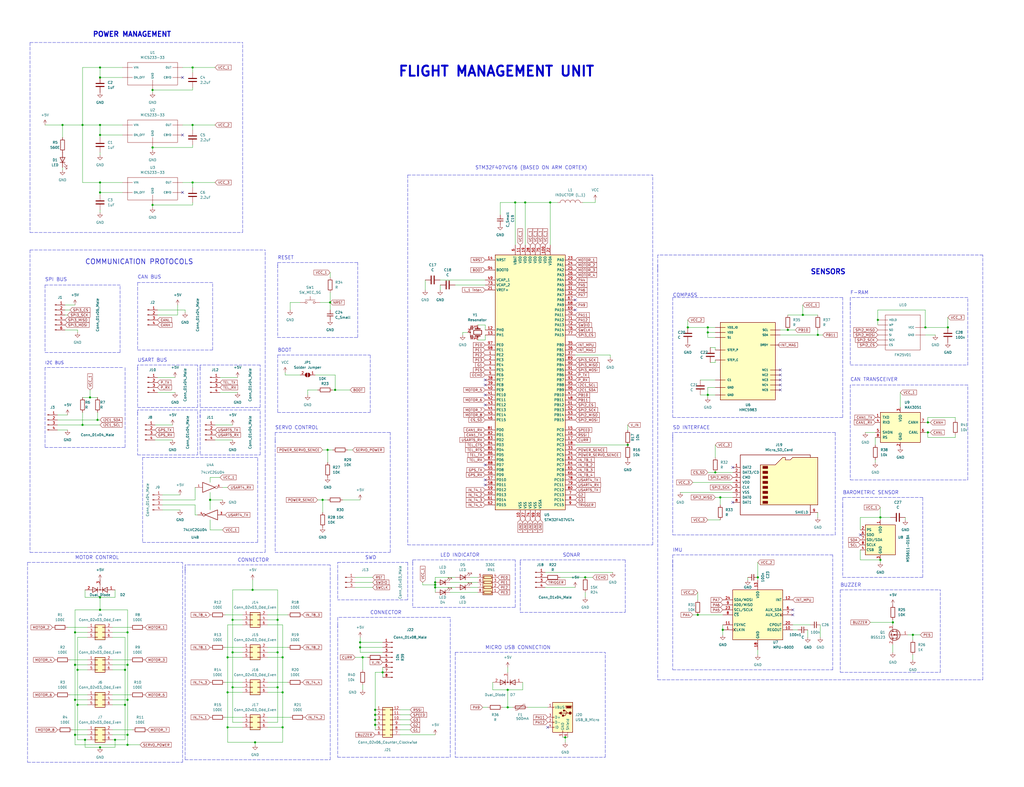
<source format=kicad_sch>
(kicad_sch (version 20211123) (generator eeschema)
  (paper "User" 519.989 399.999)
  (title_block (title "Assignment ") (date "2023-05-21"))
  (junction (at 220.98 298.45))
  (junction (at 469.9 166.37))
  (junction (at 359.41 168.91))
  (junction (at 190.5 368.3))
  (junction (at 359.41 200.66))
  (junction (at 257.81 350.52))
  (junction (at 163.83 254))
  (junction (at 129.54 377.19))
  (junction (at 38.1 373.38))
  (junction (at 447.04 284.48))
  (junction (at 367.03 320.04))
  (junction (at 115.57 351.79))
  (junction (at 64.77 378.46))
  (junction (at 45.72 201.93))
  (junction (at 118.11 331.47))
  (junction (at 190.5 363.22))
  (junction (at 50.8 34.29))
  (junction (at 49.53 213.36))
  (junction (at 194.31 341.63))
  (junction (at 77.47 45.72))
  (junction (at 318.77 226.06))
  (junction (at 50.8 39.37))
  (junction (at 184.15 334.01))
  (junction (at 349.25 166.37))
  (junction (at 170.18 198.12))
  (junction (at 415.29 170.18))
  (junction (at 128.27 299.72))
  (junction (at 140.97 331.47))
  (junction (at 140.97 314.96))
  (junction (at 257.81 359.41))
  (junction (at 41.91 63.5))
  (junction (at 447.04 262.89))
  (junction (at 297.18 293.37))
  (junction (at 50.8 303.53))
  (junction (at 38.1 337.82))
  (junction (at 190.5 360.68))
  (junction (at 115.57 334.01))
  (junction (at 50.8 309.88))
  (junction (at 63.5 358.14))
  (junction (at 365.76 252.73))
  (junction (at 140.97 349.25))
  (junction (at 220.98 295.91))
  (junction (at 182.88 326.39))
  (junction (at 118.11 314.96))
  (junction (at 143.51 369.57))
  (junction (at 261.62 102.87))
  (junction (at 481.33 166.37))
  (junction (at 220.98 297.18))
  (junction (at 143.51 351.79))
  (junction (at 266.7 102.87))
  (junction (at 50.8 97.79))
  (junction (at 58.42 375.92))
  (junction (at 97.79 92.71))
  (junction (at 279.4 102.87))
  (junction (at 64.77 321.31))
  (junction (at 64.77 355.6))
  (junction (at 64.77 337.82))
  (junction (at 167.64 153.67))
  (junction (at 166.37 228.6))
  (junction (at 115.57 369.57))
  (junction (at 182.88 328.93))
  (junction (at 359.41 166.37))
  (junction (at 41.91 215.9))
  (junction (at 106.68 254))
  (junction (at 77.47 74.93))
  (junction (at 190.5 365.76))
  (junction (at 63.5 340.36))
  (junction (at 97.79 63.5))
  (junction (at 363.22 240.03))
  (junction (at 50.8 92.71))
  (junction (at 287.02 374.65))
  (junction (at 463.55 322.58))
  (junction (at 39.37 358.14))
  (junction (at 38.1 355.6))
  (junction (at 471.17 214.63))
  (junction (at 39.37 340.36))
  (junction (at 400.05 167.64))
  (junction (at 64.77 373.38))
  (junction (at 471.17 219.71))
  (junction (at 31.75 63.5))
  (junction (at 445.77 162.56))
  (junction (at 50.8 68.58))
  (junction (at 384.81 293.37))
  (junction (at 143.51 334.01))
  (junction (at 97.79 34.29))
  (junction (at 50.8 379.73))
  (junction (at 50.8 63.5))
  (junction (at 453.39 316.23))
  (junction (at 77.47 104.14))
  (junction (at 118.11 349.25))
  (junction (at 38.1 321.31))
  (junction (at 354.33 312.42))
  (junction (at 407.67 160.02))
  (junction (at 43.18 375.92))
  (no_connect (at 92.71 97.79))
  (no_connect (at 402.59 312.42))
  (no_connect (at 402.59 309.88))
  (no_connect (at 246.38 200.66))
  (no_connect (at 292.1 152.4))
  (no_connect (at 292.1 157.48))
  (no_connect (at 246.38 205.74))
  (no_connect (at 246.38 195.58))
  (no_connect (at 246.38 193.04))
  (no_connect (at 246.38 236.22))
  (no_connect (at 246.38 243.84))
  (no_connect (at 246.38 246.38))
  (no_connect (at 92.71 68.58))
  (no_connect (at 372.11 237.49))
  (no_connect (at 372.11 255.27))
  (no_connect (at 436.88 271.78))
  (no_connect (at 92.71 39.37))
  (no_connect (at 396.24 198.12))
  (no_connect (at 396.24 195.58))
  (no_connect (at 396.24 190.5))
  (no_connect (at 396.24 187.96))
  (no_connect (at 396.24 193.04))
  (no_connect (at 278.13 369.57))
  (wire (pts (xy 33.02 154.94) (xy 38.1 154.94)))
  (polyline (pts (xy 101.6 207.01) (xy 132.08 207.01)))
  (polyline (pts (xy 431.8 151.13) (xy 431.8 156.21)))
  (polyline (pts (xy 317.5 311.15) (xy 317.5 284.48)))
  (wire (pts (xy 50.8 69.85) (xy 50.8 68.58)))
  (wire (pts (xy 163.83 254) (xy 163.83 260.35)))
  (wire (pts (xy 463.55 325.12) (xy 463.55 322.58)))
  (wire (pts (xy 38.1 321.31) (xy 38.1 337.82)))
  (wire (pts (xy 363.22 240.03) (xy 372.11 240.03)))
  (wire (pts (xy 161.29 254) (xy 163.83 254)))
  (polyline (pts (xy 69.85 143.51) (xy 69.85 146.05)))
  (wire (pts (xy 90.17 154.94) (xy 90.17 160.02)))
  (wire (pts (xy 114.3 364.49) (xy 123.19 364.49)))
  (wire (pts (xy 99.06 256.54) (xy 99.06 261.62)))
  (polyline (pts (xy 93.98 287.02) (xy 93.98 290.83)))
  (wire (pts (xy 50.8 92.71) (xy 50.8 97.79)))
  (polyline (pts (xy 231.14 384.81) (xy 307.34 384.81)))
  (wire (pts (xy 363.22 176.53) (xy 363.22 177.8)))
  (wire (pts (xy 180.34 298.45) (xy 189.23 298.45)))
  (wire (pts (xy 436.88 269.24) (xy 436.88 262.89)))
  (wire (pts (xy 29.21 210.82) (xy 34.29 210.82)))
  (wire (pts (xy 471.17 222.25) (xy 485.14 222.25)))
  (polyline (pts (xy 140.97 180.34) (xy 140.97 209.55)))
  (wire (pts (xy 354.33 312.42) (xy 367.03 312.42)))
  (wire (pts (xy 50.8 309.88) (xy 64.77 309.88)))
  (polyline (pts (xy 491.49 243.84) (xy 491.49 195.58)))
  (wire (pts (xy 118.11 314.96) (xy 118.11 331.47)))
  (wire (pts (xy 439.42 219.71) (xy 444.5 219.71)))
  (wire (pts (xy 106.68 245.11) (xy 106.68 242.57)))
  (polyline (pts (xy 181.61 133.35) (xy 140.97 133.35)))
  (wire (pts (xy 469.9 157.48) (xy 469.9 166.37)))
  (wire (pts (xy 163.83 254) (xy 166.37 254)))
  (wire (pts (xy 43.18 379.73) (xy 43.18 375.92)))
  (wire (pts (xy 459.74 262.89) (xy 459.74 264.16)))
  (wire (pts (xy 135.89 314.96) (xy 140.97 314.96)))
  (wire (pts (xy 228.6 295.91) (xy 242.57 295.91)))
  (wire (pts (xy 33.02 167.64) (xy 39.37 167.64)))
  (wire (pts (xy 39.37 167.64) (xy 39.37 168.91)))
  (wire (pts (xy 231.14 144.78) (xy 246.38 144.78)))
  (wire (pts (xy 297.18 293.37) (xy 300.99 293.37)))
  (polyline (pts (xy 69.85 209.55) (xy 69.85 231.14)))
  (wire (pts (xy 436.88 284.48) (xy 447.04 284.48)))
  (wire (pts (xy 123.19 314.96) (xy 118.11 314.96)))
  (wire (pts (xy 190.5 368.3) (xy 190.5 370.84)))
  (wire (pts (xy 182.88 323.85) (xy 182.88 326.39)))
  (wire (pts (xy 41.91 215.9) (xy 29.21 215.9)))
  (wire (pts (xy 97.79 73.66) (xy 97.79 74.93)))
  (wire (pts (xy 363.22 200.66) (xy 359.41 200.66)))
  (wire (pts (xy 161.29 198.12) (xy 156.21 198.12)))
  (wire (pts (xy 180.34 334.01) (xy 184.15 334.01)))
  (polyline (pts (xy 207.01 285.75) (xy 207.01 304.8)))
  (wire (pts (xy 363.22 196.85) (xy 359.41 196.85)))
  (polyline (pts (xy 468.63 293.37) (xy 468.63 252.73)))
  (polyline (pts (xy 13.97 285.75) (xy 13.97 387.35)))
  (wire (pts (xy 109.22 223.52) (xy 118.11 223.52)))
  (wire (pts (xy 453.39 314.96) (xy 453.39 316.23)))
  (polyline (pts (xy 341.63 340.36) (xy 422.91 340.36)))
  (polyline (pts (xy 231.14 331.47) (xy 307.34 331.47)))
  (wire (pts (xy 168.91 198.12) (xy 170.18 198.12)))
  (wire (pts (xy 50.8 63.5) (xy 62.23 63.5)))
  (wire (pts (xy 31.75 86.36) (xy 31.75 85.09)))
  (wire (pts (xy 44.45 337.82) (xy 38.1 337.82)))
  (wire (pts (xy 50.8 213.36) (xy 49.53 213.36)))
  (wire (pts (xy 34.29 160.02) (xy 33.02 160.02)))
  (wire (pts (xy 203.2 373.38) (xy 220.98 373.38)))
  (wire (pts (xy 114.3 346.71) (xy 123.19 346.71)))
  (wire (pts (xy 38.1 321.31) (xy 38.1 309.88)))
  (wire (pts (xy 57.15 373.38) (xy 64.77 373.38)))
  (wire (pts (xy 135.89 346.71) (xy 146.05 346.71)))
  (polyline (pts (xy 69.85 186.69) (xy 69.85 207.01)))
  (wire (pts (xy 416.56 323.85) (xy 416.56 317.5)))
  (wire (pts (xy 57.15 375.92) (xy 58.42 375.92)))
  (wire (pts (xy 34.29 318.77) (xy 44.45 318.77)))
  (wire (pts (xy 245.11 359.41) (xy 247.65 359.41)))
  (wire (pts (xy 57.15 358.14) (xy 63.5 358.14)))
  (wire (pts (xy 354.33 300.99) (xy 354.33 304.8)))
  (wire (pts (xy 276.86 290.83) (xy 311.15 290.83)))
  (wire (pts (xy 220.98 298.45) (xy 231.14 298.45)))
  (wire (pts (xy 106.68 250.19) (xy 106.68 254)))
  (polyline (pts (xy 334.01 129.54) (xy 334.01 138.43)))
  (wire (pts (xy 194.31 328.93) (xy 182.88 328.93)))
  (polyline (pts (xy 107.95 177.8) (xy 107.95 143.51)))
  (wire (pts (xy 190.5 360.68) (xy 190.5 363.22)))
  (wire (pts (xy 203.2 363.22) (xy 208.28 363.22)))
  (wire (pts (xy 184.15 347.98) (xy 184.15 350.52)))
  (wire (pts (xy 143.51 317.5) (xy 143.51 334.01)))
  (wire (pts (xy 360.68 184.15) (xy 363.22 184.15)))
  (wire (pts (xy 265.43 350.52) (xy 265.43 346.71)))
  (polyline (pts (xy 140.97 134.62) (xy 140.97 171.45)))
  (polyline (pts (xy 130.81 232.41) (xy 72.39 232.41)))
  (wire (pts (xy 436.88 279.4) (xy 436.88 284.48)))
  (wire (pts (xy 463.55 335.28) (xy 463.55 332.74)))
  (wire (pts (xy 123.19 367.03) (xy 118.11 367.03)))
  (wire (pts (xy 254 102.87) (xy 261.62 102.87)))
  (wire (pts (xy 184.15 340.36) (xy 184.15 334.01)))
  (wire (pts (xy 97.79 92.71) (xy 97.79 95.25)))
  (wire (pts (xy 180.34 293.37) (xy 189.23 293.37)))
  (polyline (pts (xy 13.97 387.35) (xy 92.71 387.35)))
  (polyline (pts (xy 171.45 293.37) (xy 171.45 285.75)))
  (wire (pts (xy 97.79 34.29) (xy 97.79 36.83)))
  (polyline (pts (xy 72.39 275.59) (xy 130.81 275.59)))
  (wire (pts (xy 411.48 317.5) (xy 402.59 317.5)))
  (polyline (pts (xy 499.11 345.44) (xy 499.11 129.54)))
  (wire (pts (xy 77.47 74.93) (xy 77.47 76.2)))
  (polyline (pts (xy 427.99 252.73) (xy 427.99 257.81)))
  (polyline (pts (xy 422.91 340.36) (xy 422.91 281.94)))
  (wire (pts (xy 109.22 215.9) (xy 118.11 215.9)))
  (wire (pts (xy 50.8 97.79) (xy 62.23 97.79)))
  (wire (pts (xy 203.2 365.76) (xy 208.28 365.76)))
  (wire (pts (xy 194.31 341.63) (xy 194.31 344.17)))
  (wire (pts (xy 93.98 157.48) (xy 93.98 158.75)))
  (wire (pts (xy 123.19 317.5) (xy 115.57 317.5)))
  (wire (pts (xy 58.42 303.53) (xy 58.42 299.72)))
  (wire (pts (xy 82.55 259.08) (xy 91.44 259.08)))
  (polyline (pts (xy 15.24 280.67) (xy 134.62 280.67)))
  (wire (pts (xy 35.56 157.48) (xy 33.02 157.48)))
  (wire (pts (xy 140.97 314.96) (xy 140.97 331.47)))
  (wire (pts (xy 111.76 191.77) (xy 120.65 191.77)))
  (wire (pts (xy 57.15 353.06) (xy 66.04 353.06)))
  (wire (pts (xy 203.2 368.3) (xy 208.28 368.3)))
  (wire (pts (xy 445.77 162.56) (xy 445.77 157.48)))
  (polyline (pts (xy 334.01 345.44) (xy 499.11 345.44)))
  (wire (pts (xy 50.8 68.58) (xy 62.23 68.58)))
  (polyline (pts (xy 92.71 387.35) (xy 92.71 285.75)))
  (wire (pts (xy 453.39 331.47) (xy 453.39 327.66)))
  (wire (pts (xy 82.55 251.46) (xy 91.44 251.46)))
  (polyline (pts (xy 431.8 185.42) (xy 491.49 185.42)))
  (wire (pts (xy 284.48 293.37) (xy 297.18 293.37)))
  (wire (pts (xy 35.56 335.28) (xy 44.45 335.28)))
  (wire (pts (xy 80.01 160.02) (xy 90.17 160.02)))
  (wire (pts (xy 472.44 219.71) (xy 471.17 219.71)))
  (polyline (pts (xy 69.85 185.42) (xy 69.85 187.96)))
  (polyline (pts (xy 63.5 227.33) (xy 63.5 186.69)))
  (wire (pts (xy 50.8 77.47) (xy 50.8 78.74)))
  (polyline (pts (xy 139.7 219.71) (xy 139.7 224.79)))
  (wire (pts (xy 144.78 190.5) (xy 152.4 190.5)))
  (wire (pts (xy 78.74 223.52) (xy 87.63 223.52)))
  (wire (pts (xy 140.97 331.47) (xy 140.97 349.25)))
  (wire (pts (xy 410.21 323.85) (xy 410.21 320.04)))
  (wire (pts (xy 266.7 102.87) (xy 266.7 124.46)))
  (wire (pts (xy 45.72 198.12) (xy 45.72 201.93)))
  (wire (pts (xy 246.38 167.64) (xy 246.38 165.1)))
  (wire (pts (xy 444.5 234.95) (xy 444.5 233.68)))
  (polyline (pts (xy 101.6 231.14) (xy 132.08 231.14)))
  (wire (pts (xy 43.18 375.92) (xy 39.37 375.92)))
  (wire (pts (xy 63.5 323.85) (xy 63.5 340.36)))
  (polyline (pts (xy 167.64 287.02) (xy 93.98 287.02)))
  (wire (pts (xy 279.4 102.87) (xy 283.21 102.87)))
  (wire (pts (xy 39.37 340.36) (xy 44.45 340.36)))
  (polyline (pts (xy 341.63 151.13) (xy 427.99 151.13)))
  (wire (pts (xy 415.29 262.89) (xy 415.29 260.35)))
  (wire (pts (xy 39.37 323.85) (xy 39.37 340.36)))
  (polyline (pts (xy 140.97 209.55) (xy 187.96 209.55)))
  (wire (pts (xy 160.02 190.5) (xy 170.18 190.5)))
  (wire (pts (xy 360.68 176.53) (xy 363.22 176.53)))
  (wire (pts (xy 45.72 201.93) (xy 49.53 201.93)))
  (wire (pts (xy 35.56 353.06) (xy 44.45 353.06)))
  (wire (pts (xy 194.31 331.47) (xy 182.88 331.47)))
  (polyline (pts (xy 341.63 284.48) (xy 341.63 340.36)))
  (wire (pts (xy 260.35 359.41) (xy 257.81 359.41)))
  (wire (pts (xy 220.98 295.91) (xy 220.98 297.18)))
  (wire (pts (xy 220.98 297.18) (xy 220.98 298.45)))
  (wire (pts (xy 57.15 323.85) (xy 63.5 323.85)))
  (wire (pts (xy 485.14 213.36) (xy 485.14 212.09)))
  (wire (pts (xy 115.57 351.79) (xy 115.57 334.01)))
  (wire (pts (xy 285.75 374.65) (xy 287.02 374.65)))
  (polyline (pts (xy 491.49 151.13) (xy 431.8 151.13)))
  (wire (pts (xy 203.2 360.68) (xy 208.28 360.68)))
  (wire (pts (xy 302.26 102.87) (xy 295.91 102.87)))
  (wire (pts (xy 97.79 74.93) (xy 77.47 74.93)))
  (wire (pts (xy 77.47 45.72) (xy 77.47 46.99)))
  (wire (pts (xy 118.11 314.96) (xy 118.11 299.72)))
  (wire (pts (xy 167.64 148.59) (xy 167.64 153.67)))
  (wire (pts (xy 106.68 254) (xy 106.68 259.08)))
  (wire (pts (xy 463.55 322.58) (xy 461.01 322.58)))
  (wire (pts (xy 170.18 198.12) (xy 177.8 198.12)))
  (wire (pts (xy 257.81 350.52) (xy 257.81 359.41)))
  (wire (pts (xy 359.41 171.45) (xy 359.41 168.91)))
  (wire (pts (xy 97.79 45.72) (xy 77.47 45.72)))
  (polyline (pts (xy 427.99 256.54) (xy 427.99 293.37)))
  (wire (pts (xy 287.02 377.19) (xy 287.02 374.65)))
  (wire (pts (xy 452.12 262.89) (xy 447.04 262.89)))
  (wire (pts (xy 471.17 219.71) (xy 469.9 219.71)))
  (polyline (pts (xy 431.8 204.47) (xy 431.8 243.84)))
  (wire (pts (xy 143.51 369.57) (xy 143.51 377.19)))
  (polyline (pts (xy 100.33 185.42) (xy 69.85 185.42)))
  (wire (pts (xy 50.8 34.29) (xy 62.23 34.29)))
  (polyline (pts (xy 22.86 144.78) (xy 60.96 144.78)))
  (wire (pts (xy 400.05 160.02) (xy 407.67 160.02)))
  (wire (pts (xy 143.51 369.57) (xy 143.51 351.79)))
  (wire (pts (xy 214.63 297.18) (xy 220.98 297.18)))
  (wire (pts (xy 44.45 358.14) (xy 39.37 358.14)))
  (wire (pts (xy 123.19 369.57) (xy 115.57 369.57)))
  (polyline (pts (xy 228.6 313.69) (xy 171.45 313.69)))
  (polyline (pts (xy 15.24 127) (xy 15.24 280.67)))
  (wire (pts (xy 41.91 63.5) (xy 41.91 92.71)))
  (polyline (pts (xy 69.85 208.28) (xy 69.85 210.82)))
  (polyline (pts (xy 424.18 271.78) (xy 424.18 219.71)))
  (wire (pts (xy 396.24 170.18) (xy 415.29 170.18)))
  (wire (pts (xy 64.77 321.31) (xy 64.77 337.82)))
  (wire (pts (xy 82.55 254) (xy 99.06 254)))
  (polyline (pts (xy 181.61 171.45) (xy 181.61 133.35)))
  (wire (pts (xy 166.37 228.6) (xy 166.37 234.95)))
  (wire (pts (xy 292.1 180.34) (xy 309.88 180.34)))
  (wire (pts (xy 106.68 264.16) (xy 106.68 269.24)))
  (wire (pts (xy 50.8 106.68) (xy 50.8 107.95)))
  (wire (pts (xy 287.02 374.65) (xy 288.29 374.65)))
  (wire (pts (xy 41.91 63.5) (xy 41.91 34.29)))
  (wire (pts (xy 50.8 63.5) (xy 50.8 68.58)))
  (wire (pts (xy 471.17 212.09) (xy 471.17 214.63)))
  (polyline (pts (xy 69.85 146.05) (xy 69.85 177.8)))
  (wire (pts (xy 135.89 369.57) (xy 143.51 369.57)))
  (wire (pts (xy 180.34 295.91) (xy 189.23 295.91)))
  (wire (pts (xy 349.25 166.37) (xy 359.41 166.37)))
  (wire (pts (xy 162.56 153.67) (xy 167.64 153.67)))
  (polyline (pts (xy 22.86 144.78) (xy 22.86 179.07)))
  (wire (pts (xy 436.88 262.89) (xy 447.04 262.89)))
  (polyline (pts (xy 140.97 171.45) (xy 181.61 171.45)))
  (polyline (pts (xy 101.6 185.42) (xy 101.6 187.96)))
  (wire (pts (xy 44.45 321.31) (xy 38.1 321.31)))
  (wire (pts (xy 190.5 365.76) (xy 190.5 368.3)))
  (wire (pts (xy 363.22 226.06) (xy 363.22 232.41)))
  (polyline (pts (xy 426.72 341.63) (xy 477.52 341.63)))
  (wire (pts (xy 250.19 346.71) (xy 250.19 350.52)))
  (wire (pts (xy 97.79 92.71) (xy 109.22 92.71)))
  (wire (pts (xy 407.67 154.94) (xy 407.67 160.02)))
  (wire (pts (xy 140.97 299.72) (xy 140.97 314.96)))
  (wire (pts (xy 359.41 168.91) (xy 359.41 166.37)))
  (wire (pts (xy 64.77 309.88) (xy 64.77 321.31)))
  (wire (pts (xy 64.77 378.46) (xy 64.77 373.38)))
  (wire (pts (xy 345.44 250.19) (xy 372.11 250.19)))
  (wire (pts (xy 365.76 252.73) (xy 372.11 252.73)))
  (wire (pts (xy 453.39 316.23) (xy 453.39 317.5)))
  (wire (pts (xy 92.71 92.71) (xy 97.79 92.71)))
  (wire (pts (xy 237.49 168.91) (xy 234.95 168.91)))
  (wire (pts (xy 106.68 269.24) (xy 113.03 269.24)))
  (wire (pts (xy 441.96 316.23) (xy 453.39 316.23)))
  (wire (pts (xy 38.1 309.88) (xy 50.8 309.88)))
  (wire (pts (xy 41.91 209.55) (xy 41.91 215.9)))
  (polyline (pts (xy 264.16 311.15) (xy 317.5 311.15)))
  (polyline (pts (xy 209.55 285.75) (xy 209.55 308.61)))
  (polyline (pts (xy 139.7 280.67) (xy 198.12 280.67)))
  (wire (pts (xy 140.97 367.03) (xy 135.89 367.03)))
  (polyline (pts (xy 100.33 207.01) (xy 100.33 185.42)))
  (wire (pts (xy 355.6 193.04) (xy 363.22 193.04)))
  (wire (pts (xy 114.3 312.42) (xy 123.19 312.42)))
  (wire (pts (xy 135.89 364.49) (xy 147.32 364.49)))
  (wire (pts (xy 363.22 168.91) (xy 359.41 168.91)))
  (polyline (pts (xy 424.18 219.71) (xy 341.63 219.71)))
  (polyline (pts (xy 100.33 231.14) (xy 100.33 208.28)))
  (wire (pts (xy 77.47 104.14) (xy 77.47 105.41)))
  (wire (pts (xy 49.53 209.55) (xy 49.53 213.36)))
  (wire (pts (xy 41.91 201.93) (xy 45.72 201.93)))
  (wire (pts (xy 257.81 339.09) (xy 257.81 341.63)))
  (wire (pts (xy 57.15 337.82) (xy 64.77 337.82)))
  (wire (pts (xy 223.52 147.32) (xy 223.52 144.78)))
  (wire (pts (xy 57.15 370.84) (xy 67.31 370.84)))
  (wire (pts (xy 190.5 341.63) (xy 194.31 341.63)))
  (wire (pts (xy 266.7 102.87) (xy 261.62 102.87)))
  (wire (pts (xy 135.89 312.42) (xy 146.05 312.42)))
  (polyline (pts (xy 167.64 386.08) (xy 167.64 287.02)))
  (polyline (pts (xy 341.63 271.78) (xy 424.18 271.78)))
  (wire (pts (xy 214.63 295.91) (xy 214.63 297.18)))
  (wire (pts (xy 38.1 355.6) (xy 38.1 373.38)))
  (wire (pts (xy 128.27 299.72) (xy 140.97 299.72)))
  (wire (pts (xy 302.26 101.6) (xy 302.26 102.87)))
  (wire (pts (xy 140.97 349.25) (xy 140.97 367.03)))
  (wire (pts (xy 63.5 375.92) (xy 63.5 358.14)))
  (polyline (pts (xy 171.45 384.81) (xy 228.6 384.81)))
  (wire (pts (xy 309.88 181.61) (xy 309.88 180.34)))
  (polyline (pts (xy 13.97 285.75) (xy 92.71 285.75)))
  (polyline (pts (xy 477.52 341.63) (xy 477.52 299.72)))
  (wire (pts (xy 97.79 63.5) (xy 109.22 63.5)))
  (wire (pts (xy 92.71 34.29) (xy 97.79 34.29)))
  (wire (pts (xy 135.89 317.5) (xy 143.51 317.5)))
  (wire (pts (xy 50.8 39.37) (xy 50.8 34.29)))
  (wire (pts (xy 367.03 317.5) (xy 367.03 320.04)))
  (wire (pts (xy 31.75 63.5) (xy 41.91 63.5)))
  (wire (pts (xy 143.51 334.01) (xy 135.89 334.01)))
  (wire (pts (xy 182.88 328.93) (xy 182.88 326.39)))
  (wire (pts (xy 384.81 285.75) (xy 384.81 293.37)))
  (wire (pts (xy 182.88 331.47) (xy 182.88 328.93)))
  (wire (pts (xy 49.53 213.36) (xy 29.21 213.36)))
  (wire (pts (xy 41.91 34.29) (xy 50.8 34.29)))
  (wire (pts (xy 22.86 63.5) (xy 31.75 63.5)))
  (polyline (pts (xy 93.98 386.08) (xy 167.64 386.08)))
  (wire (pts (xy 113.03 247.65) (xy 115.57 247.65)))
  (wire (pts (xy 80.01 191.77) (xy 88.9 191.77)))
  (wire (pts (xy 166.37 228.6) (xy 168.91 228.6)))
  (wire (pts (xy 415.29 167.64) (xy 415.29 170.18)))
  (wire (pts (xy 43.18 299.72) (xy 43.18 303.53)))
  (wire (pts (xy 167.64 153.67) (xy 167.64 157.48)))
  (wire (pts (xy 34.29 218.44) (xy 29.21 218.44)))
  (polyline (pts (xy 140.97 180.34) (xy 187.96 180.34)))
  (polyline (pts (xy 62.23 186.69) (xy 22.86 186.69)))
  (polyline (pts (xy 132.08 207.01) (xy 132.08 185.42)))
  (wire (pts (xy 250.19 350.52) (xy 257.81 350.52)))
  (wire (pts (xy 115.57 377.19) (xy 115.57 369.57)))
  (wire (pts (xy 41.91 63.5) (xy 50.8 63.5)))
  (polyline (pts (xy 341.63 220.98) (xy 341.63 271.78)))
  (polyline (pts (xy 132.08 231.14) (xy 132.08 208.28)))
  (wire (pts (xy 97.79 104.14) (xy 77.47 104.14)))
  (wire (pts (xy 50.8 215.9) (xy 41.91 215.9)))
  (polyline (pts (xy 427.99 293.37) (xy 468.63 293.37)))
  (polyline (pts (xy 130.81 275.59) (xy 130.81 232.41)))
  (wire (pts (xy 118.11 367.03) (xy 118.11 349.25)))
  (polyline (pts (xy 140.97 133.35) (xy 140.97 135.89)))
  (wire (pts (xy 276.86 298.45) (xy 292.1 298.45)))
  (wire (pts (xy 115.57 351.79) (xy 115.57 369.57)))
  (polyline (pts (xy 15.24 127) (xy 134.62 127)))
  (polyline (pts (xy 187.96 209.55) (xy 187.96 180.34)))
  (wire (pts (xy 184.15 334.01) (xy 186.69 334.01)))
  (wire (pts (xy 135.89 331.47) (xy 140.97 331.47)))
  (wire (pts (xy 485.14 212.09) (xy 471.17 212.09)))
  (polyline (pts (xy 341.63 219.71) (xy 341.63 223.52)))
  (wire (pts (xy 99.06 247.65) (xy 99.06 254)))
  (wire (pts (xy 246.38 165.1) (xy 242.57 165.1)))
  (wire (pts (xy 481.33 161.29) (xy 481.33 166.37)))
  (polyline (pts (xy 334.01 134.62) (xy 334.01 345.44)))
  (polyline (pts (xy 261.62 308.61) (xy 261.62 284.48)))
  (polyline (pts (xy 228.6 384.81) (xy 228.6 313.69)))
  (polyline (pts (xy 341.63 281.94) (xy 341.63 289.56)))
  (wire (pts (xy 43.18 303.53) (xy 50.8 303.53)))
  (wire (pts (xy 57.15 318.77) (xy 66.04 318.77)))
  (polyline (pts (xy 123.19 118.11) (xy 123.19 21.59)))
  (polyline (pts (xy 101.6 210.82) (xy 101.6 231.14)))
  (wire (pts (xy 147.32 153.67) (xy 147.32 157.48)))
  (wire (pts (xy 228.6 300.99) (xy 242.57 300.99)))
  (wire (pts (xy 135.89 328.93) (xy 146.05 328.93)))
  (polyline (pts (xy 207.01 88.9) (xy 207.01 276.86)))
  (polyline (pts (xy 468.63 252.73) (xy 427.99 252.73)))
  (wire (pts (xy 50.8 303.53) (xy 58.42 303.53)))
  (wire (pts (xy 457.2 199.39) (xy 457.2 207.01)))
  (wire (pts (xy 118.11 331.47) (xy 123.19 331.47)))
  (wire (pts (xy 367.03 322.58) (xy 367.03 320.04)))
  (wire (pts (xy 238.76 298.45) (xy 242.57 298.45)))
  (wire (pts (xy 44.45 355.6) (xy 38.1 355.6)))
  (wire (pts (xy 471.17 214.63) (xy 469.9 214.63)))
  (wire (pts (xy 257.81 359.41) (xy 255.27 359.41)))
  (wire (pts (xy 129.54 377.19) (xy 115.57 377.19)))
  (wire (pts (xy 355.6 200.66) (xy 359.41 200.66)))
  (polyline (pts (xy 22.86 186.69) (xy 22.86 227.33)))
  (wire (pts (xy 318.77 215.9) (xy 318.77 218.44)))
  (wire (pts (xy 234.95 168.91) (xy 234.95 170.18)))
  (polyline (pts (xy 93.98 288.29) (xy 93.98 386.08)))
  (wire (pts (xy 194.31 339.09) (xy 194.31 341.63)))
  (polyline (pts (xy 209.55 284.48) (xy 209.55 287.02)))
  (polyline (pts (xy 107.95 143.51) (xy 69.85 143.51)))
  (polyline (pts (xy 207.01 304.8) (xy 171.45 304.8)))
  (wire (pts (xy 106.68 254) (xy 113.03 254)))
  (wire (pts (xy 57.15 355.6) (xy 64.77 355.6)))
  (polyline (pts (xy 171.45 317.5) (xy 171.45 384.81)))
  (wire (pts (xy 82.55 256.54) (xy 99.06 256.54)))
  (wire (pts (xy 143.51 377.19) (xy 129.54 377.19)))
  (wire (pts (xy 220.98 298.45) (xy 220.98 300.99)))
  (polyline (pts (xy 264.16 285.75) (xy 264.16 311.15)))
  (wire (pts (xy 485.14 220.98) (xy 485.14 222.25)))
  (wire (pts (xy 447.04 285.75) (xy 447.04 284.48)))
  (polyline (pts (xy 15.24 118.11) (xy 123.19 118.11)))
  (wire (pts (xy 135.89 349.25) (xy 140.97 349.25)))
  (wire (pts (xy 444.5 222.25) (xy 444.5 226.06)))
  (wire (pts (xy 39.37 358.14) (xy 39.37 340.36)))
  (wire (pts (xy 223.52 142.24) (xy 246.38 142.24)))
  (wire (pts (xy 44.45 323.85) (xy 39.37 323.85)))
  (polyline (pts (xy 317.5 284.48) (xy 264.16 284.48)))
  (polyline (pts (xy 22.86 179.07) (xy 60.96 179.07)))
  (polyline (pts (xy 491.49 195.58) (xy 431.8 195.58)))
  (polyline (pts (xy 171.45 293.37) (xy 171.45 304.8)))
  (wire (pts (xy 238.76 293.37) (xy 242.57 293.37)))
  (wire (pts (xy 64.77 355.6) (xy 64.77 373.38)))
  (wire (pts (xy 50.8 379.73) (xy 43.18 379.73)))
  (wire (pts (xy 50.8 303.53) (xy 50.8 309.88)))
  (wire (pts (xy 267.97 359.41) (xy 278.13 359.41)))
  (wire (pts (xy 152.4 153.67) (xy 147.32 153.67)))
  (wire (pts (xy 351.79 312.42) (xy 354.33 312.42)))
  (wire (pts (xy 123.19 351.79) (xy 115.57 351.79)))
  (wire (pts (xy 57.15 321.31) (xy 64.77 321.31)))
  (wire (pts (xy 44.45 375.92) (xy 43.18 375.92)))
  (wire (pts (xy 231.14 293.37) (xy 220.98 293.37)))
  (wire (pts (xy 50.8 39.37) (xy 62.23 39.37)))
  (polyline (pts (xy 132.08 185.42) (xy 101.6 185.42)))
  (wire (pts (xy 447.04 257.81) (xy 447.04 262.89)))
  (wire (pts (xy 99.06 261.62) (xy 100.33 261.62)))
  (polyline (pts (xy 132.08 208.28) (xy 101.6 208.28)))
  (wire (pts (xy 405.13 320.04) (xy 402.59 320.04)))
  (wire (pts (xy 41.91 92.71) (xy 50.8 92.71)))
  (wire (pts (xy 115.57 317.5) (xy 115.57 334.01)))
  (wire (pts (xy 129.54 378.46) (xy 129.54 377.19)))
  (polyline (pts (xy 307.34 384.81) (xy 307.34 331.47)))
  (polyline (pts (xy 422.91 281.94) (xy 341.63 281.94)))
  (wire (pts (xy 44.45 373.38) (xy 38.1 373.38)))
  (wire (pts (xy 292.1 226.06) (xy 318.77 226.06)))
  (polyline (pts (xy 15.24 21.59) (xy 15.24 118.11)))
  (polyline (pts (xy 231.14 331.47) (xy 231.14 384.81)))
  (wire (pts (xy 111.76 199.39) (xy 120.65 199.39)))
  (wire (pts (xy 115.57 334.01) (xy 123.19 334.01)))
  (wire (pts (xy 167.64 138.43) (xy 167.64 140.97)))
  (polyline (pts (xy 171.45 313.69) (xy 171.45 318.77)))
  (wire (pts (xy 363.22 252.73) (xy 365.76 252.73)))
  (polyline (pts (xy 134.62 280.67) (xy 134.62 127)))
  (polyline (pts (xy 22.86 227.33) (xy 63.5 227.33)))
  (wire (pts (xy 351.79 245.11) (xy 372.11 245.11)))
  (wire (pts (xy 365.76 264.16) (xy 359.41 264.16)))
  (wire (pts (xy 279.4 124.46) (xy 279.4 102.87)))
  (wire (pts (xy 64.77 337.82) (xy 64.77 355.6)))
  (wire (pts (xy 297.18 300.99) (xy 297.18 303.53)))
  (wire (pts (xy 363.22 184.15) (xy 363.22 182.88)))
  (wire (pts (xy 365.76 256.54) (xy 365.76 252.73)))
  (wire (pts (xy 359.41 166.37) (xy 363.22 166.37)))
  (wire (pts (xy 384.81 293.37) (xy 384.81 294.64)))
  (wire (pts (xy 215.9 147.32) (xy 215.9 142.24)))
  (wire (pts (xy 396.24 167.64) (xy 400.05 167.64)))
  (wire (pts (xy 190.5 363.22) (xy 190.5 365.76)))
  (wire (pts (xy 242.57 172.72) (xy 246.38 172.72)))
  (wire (pts (xy 471.17 219.71) (xy 471.17 222.25)))
  (polyline (pts (xy 139.7 223.52) (xy 139.7 280.67)))
  (wire (pts (xy 143.51 351.79) (xy 143.51 334.01)))
  (polyline (pts (xy 431.8 243.84) (xy 491.49 243.84)))
  (wire (pts (xy 38.1 378.46) (xy 64.77 378.46)))
  (polyline (pts (xy 60.96 179.07) (xy 60.96 144.78)))
  (wire (pts (xy 363.22 171.45) (xy 359.41 171.45)))
  (wire (pts (xy 58.42 379.73) (xy 58.42 375.92)))
  (wire (pts (xy 38.1 337.82) (xy 38.1 355.6)))
  (wire (pts (xy 114.3 328.93) (xy 123.19 328.93)))
  (wire (pts (xy 359.41 200.66) (xy 359.41 201.93)))
  (wire (pts (xy 190.5 341.63) (xy 190.5 360.68)))
  (wire (pts (xy 447.04 262.89) (xy 447.04 264.16)))
  (wire (pts (xy 163.83 228.6) (xy 166.37 228.6)))
  (wire (pts (xy 472.44 214.63) (xy 471.17 214.63)))
  (wire (pts (xy 407.67 160.02) (xy 415.29 160.02)))
  (wire (pts (xy 50.8 97.79) (xy 50.8 99.06)))
  (polyline (pts (xy 207.01 88.9) (xy 331.47 88.9)))
  (wire (pts (xy 97.79 102.87) (xy 97.79 104.14)))
  (polyline (pts (xy 426.72 299.72) (xy 477.52 299.72)))
  (polyline (pts (xy 431.8 195.58) (xy 431.8 204.47)))
  (wire (pts (xy 97.79 63.5) (xy 97.79 66.04)))
  (polyline (pts (xy 69.85 207.01) (xy 100.33 207.01)))
  (wire (pts (xy 203.2 370.84) (xy 208.28 370.84)))
  (polyline (pts (xy 198.12 219.71) (xy 139.7 219.71)))
  (polyline (pts (xy 261.62 284.48) (xy 209.55 284.48)))
  (polyline (pts (xy 341.63 212.09) (xy 427.99 212.09)))
  (wire (pts (xy 254 109.22) (xy 254 102.87)))
  (wire (pts (xy 257.81 350.52) (xy 265.43 350.52)))
  (wire (pts (xy 170.18 190.5) (xy 170.18 198.12)))
  (polyline (pts (xy 341.63 151.13) (xy 341.63 212.09)))
  (polyline (pts (xy 101.6 208.28) (xy 101.6 212.09)))
  (wire (pts (xy 467.36 322.58) (xy 463.55 322.58)))
  (wire (pts (xy 246.38 170.18) (xy 246.38 172.72)))
  (polyline (pts (xy 264.16 284.48) (xy 264.16 287.02)))
  (polyline (pts (xy 69.85 231.14) (xy 100.33 231.14)))
  (wire (pts (xy 58.42 375.92) (xy 63.5 375.92)))
  (wire (pts (xy 469.9 166.37) (xy 481.33 166.37)))
  (wire (pts (xy 118.11 349.25) (xy 118.11 331.47)))
  (polyline (pts (xy 101.6 186.69) (xy 101.6 207.01)))
  (wire (pts (xy 144.78 189.23) (xy 144.78 190.5)))
  (polyline (pts (xy 491.49 185.42) (xy 491.49 151.13)))
  (wire (pts (xy 80.01 157.48) (xy 93.98 157.48)))
  (wire (pts (xy 156.21 198.12) (xy 156.21 200.66)))
  (wire (pts (xy 97.79 44.45) (xy 97.79 45.72)))
  (wire (pts (xy 359.41 196.85) (xy 359.41 200.66)))
  (polyline (pts (xy 499.11 129.54) (xy 334.01 129.54)))
  (polyline (pts (xy 100.33 208.28) (xy 69.85 208.28)))
  (wire (pts (xy 445.77 162.56) (xy 445.77 165.1)))
  (polyline (pts (xy 72.39 232.41) (xy 72.39 275.59)))
  (wire (pts (xy 128.27 294.64) (xy 128.27 299.72)))
  (wire (pts (xy 106.68 242.57) (xy 111.76 242.57)))
  (wire (pts (xy 50.8 92.71) (xy 62.23 92.71)))
  (wire (pts (xy 173.99 254) (xy 182.88 254)))
  (polyline (pts (xy 427.99 212.09) (xy 427.99 151.13)))
  (wire (pts (xy 179.07 228.6) (xy 176.53 228.6)))
  (wire (pts (xy 123.19 349.25) (xy 118.11 349.25)))
  (wire (pts (xy 97.79 34.29) (xy 109.22 34.29)))
  (wire (pts (xy 379.73 294.64) (xy 379.73 293.37)))
  (wire (pts (xy 31.75 63.5) (xy 31.75 69.85)))
  (wire (pts (xy 78.74 215.9) (xy 87.63 215.9)))
  (wire (pts (xy 220.98 293.37) (xy 220.98 295.91)))
  (wire (pts (xy 261.62 102.87) (xy 261.62 124.46)))
  (polyline (pts (xy 198.12 280.67) (xy 198.12 219.71)))
  (wire (pts (xy 266.7 102.87) (xy 279.4 102.87)))
  (polyline (pts (xy 431.8 153.67) (xy 431.8 185.42)))
  (wire (pts (xy 50.8 379.73) (xy 58.42 379.73)))
  (wire (pts (xy 182.88 326.39) (xy 194.31 326.39)))
  (polyline (pts (xy 209.55 308.61) (xy 261.62 308.61)))
  (wire (pts (xy 118.11 299.72) (xy 128.27 299.72)))
  (wire (pts (xy 38.1 373.38) (xy 38.1 378.46)))
  (wire (pts (xy 39.37 375.92) (xy 39.37 358.14)))
  (polyline (pts (xy 426.72 299.72) (xy 426.72 341.63)))
  (polyline (pts (xy 15.24 21.59) (xy 123.19 21.59)))
  (wire (pts (xy 359.41 240.03) (xy 363.22 240.03)))
  (wire (pts (xy 36.83 370.84) (xy 44.45 370.84)))
  (wire (pts (xy 445.77 157.48) (xy 469.9 157.48)))
  (wire (pts (xy 63.5 340.36) (xy 63.5 358.14)))
  (polyline (pts (xy 69.85 177.8) (xy 107.95 177.8)))
  (wire (pts (xy 92.71 63.5) (xy 97.79 63.5)))
  (polyline (pts (xy 207.01 276.86) (xy 331.47 276.86)))
  (wire (pts (xy 64.77 378.46) (xy 71.12 378.46)))
  (wire (pts (xy 400.05 167.64) (xy 403.86 167.64)))
  (wire (pts (xy 135.89 351.79) (xy 143.51 351.79)))
  (wire (pts (xy 415.29 170.18) (xy 417.83 170.18)))
  (polyline (pts (xy 331.47 276.86) (xy 331.47 88.9)))
  (wire (pts (xy 80.01 199.39) (xy 88.9 199.39)))
  (wire (pts (xy 384.81 332.74) (xy 384.81 330.2)))
  (wire (pts (xy 57.15 335.28) (xy 66.04 335.28)))
  (wire (pts (xy 474.98 170.18) (xy 469.9 170.18)))
  (polyline (pts (xy 171.45 285.75) (xy 207.01 285.75)))
  (wire (pts (xy 349.25 162.56) (xy 349.25 166.37)))
  (wire (pts (xy 57.15 340.36) (xy 63.5 340.36)))
  (text "I2C BUS\n" (at 22.86 185.42 0) (effects (font (size 1.524 1.524)) (justify left bottom)))
  (text "FLIGHT MANAGEMENT UNIT " (at 201.93 39.37 0) (effects (font (size 5.08 5.08) bold) (justify left bottom)))
  (text "MOTOR CONTROL\n" (at 38.1 284.48 0) (effects (font (size 1.778 1.778)) (justify left bottom)))
  (text "USART BUS\n" (at 69.85 184.15 0) (effects (font (size 1.778 1.778)) (justify left bottom)))
  (text "SONAR\n" (at 285.75 283.21 0) (effects (font (size 1.778 1.778)) (justify left bottom)))
  (text "SPI BUS\n\n" (at 22.86 146.05 0) (effects (font (size 1.778 1.778)) (justify left bottom)))
  (text "BAROMETRIC SENSOR\n" (at 427.99 251.46 0) (effects (font (size 1.778 1.778)) (justify left bottom)))
  (text "STM32F407VGT6 (BASED ON ARM CORTEX)" (at 241.3 86.36 0) (effects (font (size 1.778 1.778)) (justify left bottom)))
  (text "CONNECTOR\n" (at 187.96 312.42 0) (effects (font (size 1.778 1.778)) (justify left bottom)))
  (text "RESET" (at 140.97 132.08 0) (effects (font (size 1.778 1.778)) (justify left bottom)))
  (text "SERVO CONTROL\n" (at 139.7 218.44 0) (effects (font (size 1.778 1.778)) (justify left bottom)))
  (text "CAN BUS\n " (at 69.85 144.78 0) (effects (font (size 1.778 1.778)) (justify left bottom)))
  (text "LED INDICATOR\n" (at 223.52 283.21 0) (effects (font (size 1.778 1.778)) (justify left bottom)))
  (text "BOOT " (at 140.97 179.07 0) (effects (font (size 1.778 1.778)) (justify left bottom)))
  (text "IMU" (at 341.63 280.67 0) (effects (font (size 1.778 1.778)) (justify left bottom)))
  (text "MICRO USB CONNECTION" (at 246.38 330.2 0) (effects (font (size 1.778 1.778)) (justify left bottom)))
  (text "COMMUNICATION PROTOCOLS\n" (at 43.18 134.62 0) (effects (font (size 2.54 2.54) (thickness 0.254) bold) (justify left bottom)))
  (text "F-RAM\n" (at 431.8 149.86 0) (effects (font (size 1.778 1.778)) (justify left bottom)))
  (text "SENSORS" (at 411.48 139.7 0) (effects (font (size 2.54 2.54) bold) (justify left bottom)))
  (text "SWD" (at 185.42 284.48 0) (effects (font (size 1.778 1.778)) (justify left bottom)))
  (text "CAN TRANSCEIVER\n\n" (at 431.8 196.85 0) (effects (font (size 1.778 1.778)) (justify left bottom)))
  (text "CONNECTOR" (at 120.65 285.75 0) (effects (font (size 1.778 1.778)) (justify left bottom)))
  (text "BUZZER" (at 426.72 298.45 0) (effects (font (size 1.778 1.778)) (justify left bottom)))
  (text "SD INTERFACE\n" (at 341.63 218.44 0) (effects (font (size 1.778 1.778)) (justify left bottom)))
  (text "COMPASS\n" (at 341.63 151.13 0) (effects (font (size 1.778 1.778)) (justify left bottom)))
  (text "POWER MANAGEMENT\n" (at 46.99 19.05 0) (effects (font (size 2.54 2.54) (thickness 0.508) bold) (justify left bottom)))
  (global_label "VCC_1" (shape input) (at 45.72 198.12 90) (property "Intersheet References" "${INTERSHEET_REFS}" (effects hide)))
  (global_label "CANL" (shape input) (at 472.44 219.71 0) (property "Intersheet References" "${INTERSHEET_REFS}" (effects hide)))
  (global_label "RSSI" (shape input) (at 292.1 220.98 0) (property "Intersheet References" "${INTERSHEET_REFS}" (effects hide)))
  (global_label "INT_MPU" (shape input) (at 402.59 304.8 0) (property "Intersheet References" "${INTERSHEET_REFS}" (effects hide)))
  (global_label "GND" (shape input) (at 271.78 264.16 270) (property "Intersheet References" "${INTERSHEET_REFS}" (effects hide)))
  (global_label "SPEED" (shape input) (at 208.28 363.22 0) (property "Intersheet References" "${INTERSHEET_REFS}" (effects hide)))
  (global_label "SPEED" (shape input) (at 292.1 218.44 0) (property "Intersheet References" "${INTERSHEET_REFS}" (effects hide)))
  (global_label "I2C1_SDA" (shape input) (at 292.1 198.12 0) (property "Intersheet References" "${INTERSHEET_REFS}" (effects hide)))
  (global_label "G1" (shape input) (at 208.28 370.84 0) (property "Intersheet References" "${INTERSHEET_REFS}" (effects hide)))
  (global_label "PE1" (shape input) (at 252.73 295.91 0) (property "Intersheet References" "${INTERSHEET_REFS}" (effects hide)))
  (global_label "NRST" (shape input) (at 167.64 153.67 0) (property "Intersheet References" "${INTERSHEET_REFS}" (effects hide)))
  (global_label "SPI2_CS" (shape input) (at 292.1 205.74 0) (property "Intersheet References" "${INTERSHEET_REFS}" (effects hide)))
  (global_label "SCL" (shape input) (at 436.88 276.86 180) (property "Intersheet References" "${INTERSHEET_REFS}" (effects hide)))
  (global_label "INT_MPU" (shape input) (at 292.1 175.26 0) (property "Intersheet References" "${INTERSHEET_REFS}" (effects hide)))
  (global_label "MOTOR_6" (shape input) (at 246.38 203.2 180) (property "Intersheet References" "${INTERSHEET_REFS}" (effects hide)))
  (global_label "PE5" (shape input) (at 246.38 187.96 180) (property "Intersheet References" "${INTERSHEET_REFS}" (effects hide)))
  (global_label "VCC_2" (shape input) (at 109.22 63.5 0) (property "Intersheet References" "${INTERSHEET_REFS}" (effects hide)))
  (global_label "TEL_RX" (shape input) (at 246.38 233.68 180) (property "Intersheet References" "${INTERSHEET_REFS}" (effects hide)))
  (global_label "SPI2_SCK" (shape input) (at 445.77 172.72 180) (property "Intersheet References" "${INTERSHEET_REFS}" (effects hide)))
  (global_label "V_IN" (shape input) (at 318.77 215.9 0) (property "Intersheet References" "${INTERSHEET_REFS}" (effects hide)))
  (global_label "CURR" (shape input) (at 292.1 223.52 0) (property "Intersheet References" "${INTERSHEET_REFS}" (effects hide)))
  (global_label "CAN1_TX" (shape input) (at 444.5 212.09 180) (property "Intersheet References" "${INTERSHEET_REFS}" (effects hide)))
  (global_label "ECHO" (shape input) (at 246.38 190.5 180) (property "Intersheet References" "${INTERSHEET_REFS}" (effects hide)))
  (global_label "SPI2_SCK" (shape input) (at 372.11 247.65 180) (property "Intersheet References" "${INTERSHEET_REFS}" (effects hide)))
  (global_label "IN_TB_1" (shape input) (at 292.1 233.68 0) (property "Intersheet References" "${INTERSHEET_REFS}" (effects hide)))
  (global_label "POWER_SERVO_SENCE" (shape input) (at 163.83 228.6 180) (property "Intersheet References" "${INTERSHEET_REFS}" (effects hide)))
  (global_label "USART5_RX" (shape input) (at 109.22 220.98 0) (property "Intersheet References" "${INTERSHEET_REFS}" (effects hide)))
  (global_label "MOTOR_6" (shape input) (at 27.94 353.06 180) (property "Intersheet References" "${INTERSHEET_REFS}" (effects hide)))
  (global_label "POWER_SERVO_SENCE" (shape input) (at 292.1 231.14 0) (property "Intersheet References" "${INTERSHEET_REFS}" (effects hide)))
  (global_label "PA7" (shape input) (at 367.03 304.8 180) (property "Intersheet References" "${INTERSHEET_REFS}" (effects hide)))
  (global_label "BUZZER" (shape input) (at 441.96 316.23 180) (property "Intersheet References" "${INTERSHEET_REFS}" (effects hide)))
  (global_label "SPI2_MOSI" (shape input) (at 372.11 242.57 180) (property "Intersheet References" "${INTERSHEET_REFS}" (effects hide)))
  (global_label "VCC_1" (shape input) (at 167.64 138.43 180) (property "Intersheet References" "${INTERSHEET_REFS}" (effects hide)))
  (global_label "MOTOR_3" (shape input) (at 73.66 335.28 0) (property "Intersheet References" "${INTERSHEET_REFS}" (effects hide)))
  (global_label "CAN1_TX" (shape input) (at 246.38 220.98 180) (property "Intersheet References" "${INTERSHEET_REFS}" (effects hide)))
  (global_label "BOOT" (shape input) (at 177.8 198.12 0) (property "Intersheet References" "${INTERSHEET_REFS}" (effects hide)))
  (global_label "GND" (shape input) (at 274.32 264.16 270) (property "Intersheet References" "${INTERSHEET_REFS}" (effects hide)))
  (global_label "VCC_1" (shape input) (at 109.22 34.29 0) (property "Intersheet References" "${INTERSHEET_REFS}" (effects hide)))
  (global_label "MOTOR_8" (shape input) (at 29.21 370.84 180) (property "Intersheet References" "${INTERSHEET_REFS}" (effects hide)))
  (global_label "IN_TB_2" (shape input) (at 292.1 236.22 0) (property "Intersheet References" "${INTERSHEET_REFS}" (effects hide)))
  (global_label "PA7" (shape input) (at 292.1 149.86 0) (property "Intersheet References" "${INTERSHEET_REFS}" (effects hide)))
  (global_label "IN_T4_4" (shape input) (at 153.67 346.71 0) (property "Intersheet References" "${INTERSHEET_REFS}" (effects hide)))
  (global_label "VCC_1" (shape input) (at 214.63 295.91 90) (property "Intersheet References" "${INTERSHEET_REFS}" (effects hide)))
  (global_label "INT_MAG" (shape input) (at 394.97 175.26 0) (property "Intersheet References" "${INTERSHEET_REFS}" (effects hide)))
  (global_label "VCC_1" (shape input) (at 113.03 269.24 0) (property "Intersheet References" "${INTERSHEET_REFS}" (effects hide)))
  (global_label "SPI3_MOSI" (shape input) (at 292.1 187.96 0) (property "Intersheet References" "${INTERSHEET_REFS}" (effects hide)))
  (global_label "MOTOR_5" (shape input) (at 73.66 353.06 0) (property "Intersheet References" "${INTERSHEET_REFS}" (effects hide)))
  (global_label "PA12" (shape input) (at 278.13 367.03 180) (property "Intersheet References" "${INTERSHEET_REFS}" (effects hide)))
  (global_label "SPI2_SCK" (shape input) (at 292.1 208.28 0) (property "Intersheet References" "${INTERSHEET_REFS}" (effects hide)))
  (global_label "USART5_RX" (shape input) (at 246.38 223.52 180) (property "Intersheet References" "${INTERSHEET_REFS}" (effects hide)))
  (global_label "GPS_TX" (shape input) (at 246.38 238.76 180) (property "Intersheet References" "${INTERSHEET_REFS}" (effects hide)))
  (global_label "TEL_TX" (shape input) (at 246.38 231.14 180) (property "Intersheet References" "${INTERSHEET_REFS}" (effects hide)))
  (global_label "PA11" (shape input) (at 278.13 364.49 180) (property "Intersheet References" "${INTERSHEET_REFS}" (effects hide)))
  (global_label "SPI2_MISO" (shape input) (at 292.1 210.82 0) (property "Intersheet References" "${INTERSHEET_REFS}" (effects hide)))
  (global_label "VCC_1" (shape input) (at 447.04 257.81 180) (property "Intersheet References" "${INTERSHEET_REFS}" (effects hide)))
  (global_label "PA6" (shape input) (at 367.03 307.34 180) (property "Intersheet References" "${INTERSHEET_REFS}" (effects hide)))
  (global_label "TEL_TX" (shape input) (at 111.76 194.31 0) (property "Intersheet References" "${INTERSHEET_REFS}" (effects hide)))
  (global_label "G1" (shape input) (at 246.38 185.42 180) (property "Intersheet References" "${INTERSHEET_REFS}" (effects hide)))
  (global_label "MOTOR_7" (shape input) (at 246.38 208.28 180) (property "Intersheet References" "${INTERSHEET_REFS}" (effects hide)))
  (global_label "VCC_3" (shape input) (at 359.41 264.16 180) (property "Intersheet References" "${INTERSHEET_REFS}" (effects hide)))
  (global_label "TEL_RX" (shape input) (at 111.76 196.85 0) (property "Intersheet References" "${INTERSHEET_REFS}" (effects hide)))
  (global_label "GPS_RX" (shape input) (at 246.38 241.3 180) (property "Intersheet References" "${INTERSHEET_REFS}" (effects hide)))
  (global_label "BUZZER" (shape input) (at 190.5 373.38 180) (property "Intersheet References" "${INTERSHEET_REFS}" (effects hide)))
  (global_label "USART4_TX" (shape input) (at 114.3 261.62 0) (property "Intersheet References" "${INTERSHEET_REFS}" (effects hide)))
  (global_label "CANH" (shape input) (at 472.44 214.63 0) (property "Intersheet References" "${INTERSHEET_REFS}" (effects hide)))
  (global_label "PA11" (shape input) (at 292.1 160.02 0) (property "Intersheet References" "${INTERSHEET_REFS}" (effects hide)))
  (global_label "MOTOR_5" (shape input) (at 246.38 198.12 180) (property "Intersheet References" "${INTERSHEET_REFS}" (effects hide)))
  (global_label "IN_T8_3" (shape input) (at 153.67 312.42 0) (property "Intersheet References" "${INTERSHEET_REFS}" (effects hide)))
  (global_label "MOTOR_4" (shape input) (at 27.94 335.28 180) (property "Intersheet References" "${INTERSHEET_REFS}" (effects hide)))
  (global_label "USART4_RX" (shape input) (at 292.1 246.38 0) (property "Intersheet References" "${INTERSHEET_REFS}" (effects hide)))
  (global_label "SPI3_MISO" (shape input) (at 33.02 162.56 0) (property "Intersheet References" "${INTERSHEET_REFS}" (effects hide)))
  (global_label "POWER_SENCE" (shape input) (at 292.1 228.6 0) (property "Intersheet References" "${INTERSHEET_REFS}" (effects hide)))
  (global_label "V_IN" (shape input) (at 194.31 336.55 180) (property "Intersheet References" "${INTERSHEET_REFS}" (effects hide)))
  (global_label "IN_T4_1" (shape input) (at 106.68 364.49 180) (property "Intersheet References" "${INTERSHEET_REFS}" (effects hide)))
  (global_label "USART5_TX" (shape input) (at 109.22 218.44 0) (property "Intersheet References" "${INTERSHEET_REFS}" (effects hide)))
  (global_label "I2C1_SCL" (shape input) (at 292.1 195.58 0) (property "Intersheet References" "${INTERSHEET_REFS}" (effects hide)))
  (global_label "VCC_1" (shape input) (at 276.86 124.46 90) (property "Intersheet References" "${INTERSHEET_REFS}" (effects hide)))
  (global_label "MOTOR_4" (shape input) (at 292.1 139.7 0) (property "Intersheet References" "${INTERSHEET_REFS}" (effects hide)))
  (global_label "IN_T4_3" (shape input) (at 246.38 254 180) (property "Intersheet References" "${INTERSHEET_REFS}" (effects hide)))
  (global_label "USART5_TX" (shape input) (at 292.1 248.92 0) (property "Intersheet References" "${INTERSHEET_REFS}" (effects hide)))
  (global_label "PA6" (shape input) (at 292.1 147.32 0) (property "Intersheet References" "${INTERSHEET_REFS}" (effects hide)))
  (global_label "VCC_3" (shape input) (at 363.22 226.06 0) (property "Intersheet References" "${INTERSHEET_REFS}" (effects hide)))
  (global_label "MOTOR_1" (shape input) (at 73.66 318.77 0) (property "Intersheet References" "${INTERSHEET_REFS}" (effects hide)))
  (global_label "VCC_1" (shape input) (at 269.24 124.46 90) (property "Intersheet References" "${INTERSHEET_REFS}" (effects hide)))
  (global_label "IN_T8_4" (shape input) (at 106.68 312.42 180) (property "Intersheet References" "${INTERSHEET_REFS}" (effects hide)))
  (global_label "IN_T4_1" (shape input) (at 246.38 248.92 180) (property "Intersheet References" "${INTERSHEET_REFS}" (effects hide)))
  (global_label "POWER_SENCE" (shape input) (at 161.29 254 180) (property "Intersheet References" "${INTERSHEET_REFS}" (effects hide)))
  (global_label "IN_T4_3" (shape input) (at 106.68 346.71 180) (property "Intersheet References" "${INTERSHEET_REFS}" (effects hide)))
  (global_label "L_1 inter." (shape input) (at 246.38 147.32 180) (property "Intersheet References" "${INTERSHEET_REFS}" (effects hide)))
  (global_label "SPI3_CS" (shape input) (at 35.56 157.48 0) (property "Intersheet References" "${INTERSHEET_REFS}" (effects hide)))
  (global_label "ECHO" (shape input) (at 300.99 293.37 0) (property "Intersheet References" "${INTERSHEET_REFS}" (effects hide)))
  (global_label "PE2" (shape input) (at 252.73 298.45 0) (property "Intersheet References" "${INTERSHEET_REFS}" (effects hide)))
  (global_label "PB11" (shape input) (at 292.1 203.2 0) (property "Intersheet References" "${INTERSHEET_REFS}" (effects hide)))
  (global_label "TRIGGER" (shape input) (at 292.1 256.54 0) (property "Intersheet References" "${INTERSHEET_REFS}" (effects hide)))
  (global_label "IN_T4_4" (shape input) (at 246.38 256.54 180) (property "Intersheet References" "${INTERSHEET_REFS}" (effects hide)))
  (global_label "PA5" (shape input) (at 292.1 144.78 0) (property "Intersheet References" "${INTERSHEET_REFS}" (effects hide)))
  (global_label "VCC_2" (shape input) (at 349.25 162.56 0) (property "Intersheet References" "${INTERSHEET_REFS}" (effects hide)))
  (global_label "VCC_2" (shape input) (at 384.81 285.75 0) (property "Intersheet References" "${INTERSHEET_REFS}" (effects hide)))
  (global_label "TRIGGER" (shape input) (at 276.86 295.91 0) (property "Intersheet References" "${INTERSHEET_REFS}" (effects hide)))
  (global_label "SPI2_MISO" (shape input) (at 363.22 252.73 180) (property "Intersheet References" "${INTERSHEET_REFS}" (effects hide)))
  (global_label "PA5" (shape input) (at 367.03 309.88 180) (property "Intersheet References" "${INTERSHEET_REFS}" (effects hide)))
  (global_label "MOTOR_8" (shape input) (at 246.38 210.82 180) (property "Intersheet References" "${INTERSHEET_REFS}" (effects hide)))
  (global_label "CS_SD" (shape input) (at 246.38 213.36 180) (property "Intersheet References" "${INTERSHEET_REFS}" (effects hide)))
  (global_label "SWDIO" (shape input) (at 292.1 165.1 0) (property "Intersheet References" "${INTERSHEET_REFS}" (effects hide)))
  (global_label "VCC_1" (shape input) (at 264.16 124.46 90) (property "Intersheet References" "${INTERSHEET_REFS}" (effects hide)))
  (global_label "TEL_RTS" (shape input) (at 246.38 228.6 180) (property "Intersheet References" "${INTERSHEET_REFS}" (effects hide)))
  (global_label "MOTOR_2" (shape input) (at 292.1 134.62 0) (property "Intersheet References" "${INTERSHEET_REFS}" (effects hide)))
  (global_label "GPS_TX" (shape input) (at 78.74 218.44 0) (property "Intersheet References" "${INTERSHEET_REFS}" (effects hide)))
  (global_label "IN_T8_2" (shape input) (at 153.67 328.93 0) (property "Intersheet References" "${INTERSHEET_REFS}" (effects hide)))
  (global_label "PB11" (shape input) (at 417.83 170.18 0) (property "Intersheet References" "${INTERSHEET_REFS}" (effects hide)))
  (global_label "GND" (shape input) (at 269.24 264.16 270) (property "Intersheet References" "${INTERSHEET_REFS}" (effects hide)))
  (global_label "VCC_3" (shape input) (at 109.22 92.71 0) (property "Intersheet References" "${INTERSHEET_REFS}" (effects hide)))
  (global_label "VCC_1" (shape input) (at 111.76 242.57 0) (property "Intersheet References" "${INTERSHEET_REFS}" (effects hide)))
  (global_label "CURR" (shape input) (at 180.34 334.01 180) (property "Intersheet References" "${INTERSHEET_REFS}" (effects hide)))
  (global_label "PA4" (shape input) (at 292.1 142.24 0) (property "Intersheet References" "${INTERSHEET_REFS}" (effects hide)))
  (global_label "PB10" (shape input) (at 292.1 200.66 0) (property "Intersheet References" "${INTERSHEET_REFS}" (effects hide)))
  (global_label "G3" (shape input) (at 292.1 254 0) (property "Intersheet References" "${INTERSHEET_REFS}" (effects hide)))
  (global_label "MOTOR_1" (shape input) (at 292.1 132.08 0) (property "Intersheet References" "${INTERSHEET_REFS}" (effects hide)))
  (global_label "NRST" (shape input) (at 246.38 132.08 180) (property "Intersheet References" "${INTERSHEET_REFS}" (effects hide)))
  (global_label "I2C1_SCL" (shape input) (at 50.8 215.9 0) (property "Intersheet References" "${INTERSHEET_REFS}" (effects hide)))
  (global_label "PE5" (shape input) (at 467.36 322.58 0) (property "Intersheet References" "${INTERSHEET_REFS}" (effects hide)))
  (global_label "PA9" (shape input) (at 292.1 154.94 0) (property "Intersheet References" "${INTERSHEET_REFS}" (effects hide)))
  (global_label "SPI2_MISO" (shape input) (at 445.77 167.64 180) (property "Intersheet References" "${INTERSHEET_REFS}" (effects hide)))
  (global_label "G3" (shape input) (at 208.28 365.76 0) (property "Intersheet References" "${INTERSHEET_REFS}" (effects hide)))
  (global_label "PE0" (shape input) (at 252.73 293.37 0) (property "Intersheet References" "${INTERSHEET_REFS}" (effects hide)))
  (global_label "VCC_3" (shape input) (at 351.79 245.11 180) (property "Intersheet References" "${INTERSHEET_REFS}" (effects hide)))
  (global_label "SPI2_CS" (shape input) (at 445.77 175.26 180) (property "Intersheet References" "${INTERSHEET_REFS}" (effects hide)))
  (global_label "PE1" (shape input) (at 246.38 177.8 180) (property "Intersheet References" "${INTERSHEET_REFS}" (effects hide)))
  (global_label "VCC_1" (shape input) (at 407.67 154.94 0) (property "Intersheet References" "${INTERSHEET_REFS}" (effects hide)))
  (global_label "CANL" (shape input) (at 80.01 162.56 0) (property "Intersheet References" "${INTERSHEET_REFS}" (effects hide)))
  (global_label "INT_MAG" (shape input) (at 292.1 177.8 0) (property "Intersheet References" "${INTERSHEET_REFS}" (effects hide)))
  (global_label "VCC_2" (shape input) (at 354.33 300.99 180) (property "Intersheet References" "${INTERSHEET_REFS}" (effects hide)))
  (global_label "PE3" (shape input) (at 246.38 182.88 180) (property "Intersheet References" "${INTERSHEET_REFS}" (effects hide)))
  (global_label "SPI3_SCK" (shape input) (at 292.1 182.88 0) (property "Intersheet References" "${INTERSHEET_REFS}" (effects hide)))
  (global_label "SERVO_POWER" (shape input) (at 71.12 378.46 0) (property "Intersheet References" "${INTERSHEET_REFS}" (effects hide)))
  (global_label "MOTOR_2" (shape input) (at 26.67 318.77 180) (property "Intersheet References" "${INTERSHEET_REFS}" (effects hide)))
  (global_label "P_TX" (shape input) (at 292.1 190.5 0) (property "Intersheet References" "${INTERSHEET_REFS}" (effects hide)))
  (global_label "CAN1_RX" (shape input) (at 444.5 214.63 180) (property "Intersheet References" "${INTERSHEET_REFS}" (effects hide)))
  (global_label "CAN1_RX" (shape input) (at 246.38 218.44 180) (property "Intersheet References" "${INTERSHEET_REFS}" (effects hide)))
  (global_label "SPI3_CS" (shape input) (at 292.1 170.18 0) (property "Intersheet References" "${INTERSHEET_REFS}" (effects hide)))
  (global_label "SPI3_MISO" (shape input) (at 292.1 185.42 0) (property "Intersheet References" "${INTERSHEET_REFS}" (effects hide)))
  (global_label "MOTOR_3" (shape input) (at 292.1 137.16 0) (property "Intersheet References" "${INTERSHEET_REFS}" (effects hide)))
  (global_label "VCC_1" (shape input) (at 271.78 124.46 90) (property "Intersheet References" "${INTERSHEET_REFS}" (effects hide)))
  (global_label "VCC_3" (shape input) (at 481.33 161.29 0) (property "Intersheet References" "${INTERSHEET_REFS}" (effects hide)))
  (global_label "CS_SD" (shape input) (at 359.41 240.03 180) (property "Intersheet References" "${INTERSHEET_REFS}" (effects hide)))
  (global_label "MOTOR_7" (shape input) (at 74.93 370.84 0) (property "Intersheet References" "${INTERSHEET_REFS}" (effects hide)))
  (global_label "SWCLK" (shape input) (at 292.1 167.64 0) (property "Intersheet References" "${INTERSHEET_REFS}" (effects hide)))
  (global_label "PE3" (shape input) (at 252.73 300.99 0) (property "Intersheet References" "${INTERSHEET_REFS}" (effects hide)))
  (global_label "PA4" (shape input) (at 351.79 312.42 180) (property "Intersheet References" "${INTERSHEET_REFS}" (effects hide)))
  (global_label "CANH" (shape input) (at 80.01 165.1 0) (property "Intersheet References" "${INTERSHEET_REFS}" (effects hide)))
  (global_label "P_RX" (shape input) (at 292.1 193.04 0) (property "Intersheet References" "${INTERSHEET_REFS}" (effects hide)))
  (global_label "SWDIO" (shape input) (at 189.23 295.91 0) (property "Intersheet References" "${INTERSHEET_REFS}" (effects hide)))
  (global_label "PA12" (shape input) (at 292.1 162.56 0) (property "Intersheet References" "${INTERSHEET_REFS}" (effects hide)))
  (global_label "I2C1_SDA" (shape input) (at 50.8 213.36 0) (property "Intersheet References" "${INTERSHEET_REFS}" (effects hide)))
  (global_label "SPI3_SCK" (shape input) (at 34.29 160.02 0) (property "Intersheet References" "${INTERSHEET_REFS}" (effects hide)))
  (global_label "BOOT" (shape input) (at 246.38 137.16 180) (property "Intersheet References" "${INTERSHEET_REFS}" (effects hide)))
  (global_label "PE0" (shape input) (at 246.38 175.26 180) (property "Intersheet References" "${INTERSHEET_REFS}" (effects hide)))
  (global_label "PA9" (shape input) (at 245.11 359.41 180) (property "Intersheet References" "${INTERSHEET_REFS}" (effects hide)))
  (global_label "SWCLK" (shape input) (at 189.23 298.45 0) (property "Intersheet References" "${INTERSHEET_REFS}" (effects hide)))
  (global_label "G2" (shape input) (at 292.1 251.46 0) (property "Intersheet References" "${INTERSHEET_REFS}" (effects hide)))
  (global_label "USART4_TX" (shape input) (at 292.1 243.84 0) (property "Intersheet References" "${INTERSHEET_REFS}" (effects hide)))
  (global_label "P_RX" (shape input) (at 80.01 196.85 0) (property "Intersheet References" "${INTERSHEET_REFS}" (effects hide)))
  (global_label "IN_TB_3" (shape input) (at 292.1 238.76 0) (property "Intersheet References" "${INTERSHEET_REFS}" (effects hide)))
  (global_label "IN_T4_2" (shape input) (at 154.94 364.49 0) (property "Intersheet References" "${INTERSHEET_REFS}" (effects hide)))
  (global_label "SERVO_POWER" (shape input) (at 179.07 228.6 0) (property "Intersheet References" "${INTERSHEET_REFS}" (effects hide)))
  (global_label "VCC_1" (shape input) (at 274.32 124.46 90) (property "Intersheet References" "${INTERSHEET_REFS}" (effects hide)))
  (global_label "PE2" (shape input) (at 246.38 180.34 180) (property "Intersheet References" "${INTERSHEET_REFS}" (effects hide)))
  (global_label "G2" (shape input) (at 208.28 368.3 0) (property "Intersheet References" "${INTERSHEET_REFS}" (effects hide)))
  (global_label "USART4_RX" (shape input) (at 115.57 247.65 0) (property "Intersheet References" "${INTERSHEET_REFS}" (effects hide)))
  (global_label "IN_TB_4" (shape input) (at 292.1 241.3 0) (property "Intersheet References" "${INTERSHEET_REFS}" (effects hide)))
  (global_label "RSSI" (shape input) (at 208.28 360.68 0) (property "Intersheet References" "${INTERSHEET_REFS}" (effects hide)))
  (global_label "IN_T8_1" (shape input) (at 106.68 328.93 180) (property "Intersheet References" "${INTERSHEET_REFS}" (effects hide)))
  (global_label "SPI2_MOSI" (shape input) (at 292.1 213.36 0) (property "Intersheet References" "${INTERSHEET_REFS}" (effects hide)))
  (global_label "GPS_RX" (shape input) (at 78.74 220.98 0) (property "Intersheet References" "${INTERSHEET_REFS}" (effects hide)))
  (global_label "GND" (shape input) (at 266.7 264.16 270) (property "Intersheet References" "${INTERSHEET_REFS}" (effects hide)))
  (global_label "P_TX" (shape input) (at 80.01 194.31 0) (property "Intersheet References" "${INTERSHEET_REFS}" (effects hide)))
  (global_label "VCC_1" (shape input) (at 457.2 199.39 0) (property "Intersheet References" "${INTERSHEET_REFS}" (effects hide)))
  (global_label "SPI2_MOSI" (shape input) (at 445.77 170.18 180) (property "Intersheet References" "${INTERSHEET_REFS}" (effects hide)))
  (global_label "TEL_CTS" (shape input) (at 246.38 226.06 180) (property "Intersheet References" "${INTERSHEET_REFS}" (effects hide)))
  (global_label "SPI3_MOSI" (shape input) (at 33.02 165.1 0) (property "Intersheet References" "${INTERSHEET_REFS}" (effects hide)))
  (global_label "GND" (shape input) (at 264.16 264.16 270) (property "Intersheet References" "${INTERSHEET_REFS}" (effects hide)))
  (global_label "PB10" (shape input) (at 403.86 167.64 0) (property "Intersheet References" "${INTERSHEET_REFS}" (effects hide)))
  (global_label "RST" (shape input) (at 189.23 293.37 0) (property "Intersheet References" "${INTERSHEET_REFS}" (effects hide)))
  (global_label "SDA" (shape input) (at 436.88 274.32 180) (property "Intersheet References" "${INTERSHEET_REFS}" (effects hide)))
  (global_label "IN_T4_2" (shape input) (at 246.38 251.46 180) (property "Intersheet References" "${INTERSHEET_REFS}" (effects hide)))
  (symbol (lib_id "power:GND") (at 50.8 46.99 0) (unit 1)
    (property "Reference" "#PWR010" (effects hide))
    (property "Value" "GND" (at 50.8 52.07 0))
  )
  (symbol (lib_id "power:+5V") (at 87.63 215.9 0) (unit 1)
    (property "Reference" "#PWR0102" (effects hide))
    (property "Value" "+5V" (at 87.63 210.82 0))
  )
  (symbol (lib_id "Device:R") (at 365.76 260.35 0) (unit 1)
    (property "Reference" "R33" (at 368.3 259.0799 0) (effects (justify left)))
    (property "Value" "R" (at 368.3 261.6199 0) (effects (justify left)))
    (property "Footprint" "Resistor_SMD:R_0402_1005Metric" (effects hide))
  )
  (symbol (lib_id "power:GND") (at 481.33 173.99 0) (unit 1)
    (property "Reference" "#PWR088" (effects hide))
    (property "Value" "GND" (at 481.33 179.07 0))
  )
  (symbol (lib_id "74xGxx:74LVC2GU04") (at 106.68 247.65 0) (unit 1)
    (property "Reference" "U4" (at 106.68 236.22 0))
    (property "Value" "74LVC2GU04" (at 107.95 240.03 0))
    (property "Footprint" "Module:SOT65P210X110-6N" (effects hide))
    (property "Datasheet" "http://www.ti.com/lit/sg/scyt129e/scyt129e.pdf" (effects hide))
  )
  (symbol (lib_id "power:+5V") (at 34.29 210.82 0) (unit 1)
    (property "Reference" "#PWR0105" (effects hide))
    (property "Value" "+5V" (at 34.29 205.74 0))
  )
  (symbol (lib_id "power:GND") (at 444.5 234.95 0) (unit 1)
    (property "Reference" "#PWR081" (effects hide))
    (property "Value" "GND" (at 444.5 240.03 0))
  )
  (symbol (lib_id "Device:R") (at 251.46 359.41 270) (unit 1)
    (property "Reference" "R36" (at 251.46 363.22 90))
    (property "Value" "R" (at 251.46 365.76 90))
    (property "Footprint" "Resistor_SMD:R_0402_1005Metric" (effects hide))
  )
  (symbol (lib_id "power:+5V") (at 453.39 307.34 0) (unit 1)
    (property "Reference" "#PWR0117" (effects hide))
    (property "Value" "+5V" (at 453.39 302.26 0))
  )
  (symbol (lib_id "Device:D_Dual_CommonCathode_AAK") (at 257.81 346.71 180) (unit 1)
    (property "Reference" "D7" (at 260.35 353.06 0))
    (property "Value" "Dual_Diode" (at 251.46 353.06 0))
    (property "Footprint" "Diode_SMD:SOT65P205X100-3N" (effects hide))
  )
  (symbol (lib_id "power:+5V") (at 118.11 215.9 0) (unit 1)
    (property "Reference" "#PWR0101" (effects hide))
    (property "Value" "+5V" (at 118.11 210.82 0))
  )
  (symbol (lib_id "74xGxx:74LVC2GU04") (at 106.68 261.62 180) (unit 2)
    (property "Reference" "U4" (at 99.06 273.05 0))
    (property "Value" "74LVC2GU04" (at 99.06 269.24 0))
    (property "Footprint" "Module:SOT65P210X110-6N" (effects hide))
    (property "Datasheet" "http://www.ti.com/lit/sg/scyt129e/scyt129e.pdf" (effects hide))
  )
  (symbol (lib_id "Connector:Conn_01x06_Male") (at 27.94 160.02 0) (unit 1)
    (property "Reference" "J1" (at 30.48 151.13 0))
    (property "Value" "Conn_01x06_Male" (at 49.53 160.02 90))
    (property "Footprint" "Connector_JST:JST_GH_SM06B-GHS-TB_1x06-1MP_P1.25mm_Horizontal" (effects hide))
  )
  (symbol (lib_id "Sensor_Motion:MPU-6000") (at 384.81 312.42 0) (unit 1)
    (property "Reference" "U7" (at 392.43 326.39 0) (effects (justify left)))
    (property "Value" "MPU-6000" (at 392.43 328.93 0) (effects (justify left)))
    (property "Footprint" "Sensor_Motion:InvenSense_QFN-24_4x4mm_P0.5mm" (effects hide))
    (property "Datasheet" "https://store.invensense.com/datasheets/invensense/MPU-6050_DataSheet_V3%204.pdf" (effects hide))
  )
  (symbol (lib_id "Connector:Conn_01x04_Male") (at 74.93 194.31 0) (unit 1)
    (property "Reference" "J10" (at 77.47 187.96 0))
    (property "Value" "Conn_01x04_Male" (at 93.98 195.58 90))
    (property "Footprint" "Connector_JST:JST_GH_SM04B-GHS-TB_1x04-1MP_P1.25mm_Horizontal" (effects hide))
  )
  (symbol (lib_id "Device:C") (at 349.25 170.18 0) (unit 1)
    (property "Reference" "C20" (at 344.17 168.91 0) (effects (justify left)))
    (property "Value" "C" (at 344.17 171.45 0) (effects (justify left)))
    (property "Footprint" "Capacitor_SMD:C_0402_1005Metric" (effects hide))
  )
  (symbol (lib_id "power:GND") (at 318.77 233.68 0) (unit 1)
    (property "Reference" "#PWR0110" (effects hide))
    (property "Value" "GND" (at 318.77 238.76 0))
  )
  (symbol (lib_id "Connector:Conn_01x04_Male") (at 73.66 218.44 0) (unit 1)
    (property "Reference" "J8" (at 76.2 212.09 0))
    (property "Value" "Conn_01x04_Male" (at 95.25 219.71 90))
    (property "Footprint" "Connector_JST:JST_GH_SM04B-GHS-TB_1x04-1MP_P1.25mm_Horizontal" (effects hide))
  )
  (symbol (lib_id "Device:R") (at 318.77 222.25 0) (unit 1)
    (property "Reference" "R17" (at 321.31 222.25 90))
    (property "Value" "10k" (at 323.85 222.25 90))
    (property "Footprint" "Resistor_SMD:R_0402_1005Metric" (effects hide))
  )
  (symbol (lib_id "Device:R") (at 165.1 198.12 90) (unit 1)
    (property "Reference" "R23" (at 167.005 194.945 90) (effects (justify left)))
    (property "Value" "10K" (at 165.735 192.405 90) (effects (justify left)))
    (property "Footprint" "Resistor_SMD:R_0402_1005Metric" (effects hide))
  )
  (symbol (lib_id "power:+5V") (at 38.1 154.94 0) (unit 1)
    (property "Reference" "#PWR0106" (effects hide))
    (property "Value" "+5V" (at 38.1 149.86 0))
  )
  (symbol (lib_id "Device:R") (at 149.86 346.71 90) (unit 1)
    (property "Reference" "R20" (at 149.86 340.36 90))
    (property "Value" "100E" (at 149.86 342.9 90))
    (property "Footprint" "Resistor_SMD:R_0402_1005Metric" (effects hide))
  )
  (symbol (lib_id "power:GND") (at 309.88 181.61 0) (unit 1)
    (property "Reference" "#PWR053" (effects hide))
    (property "Value" "GND" (at 309.88 186.69 0))
  )
  (symbol (lib_id "Device:R") (at 151.13 364.49 90) (unit 1)
    (property "Reference" "R21" (at 151.13 358.14 90))
    (property "Value" "100E" (at 151.13 360.68 90))
    (property "Footprint" "Resistor_SMD:R_0402_1005Metric" (effects hide))
  )
  (symbol (lib_id "Device:R") (at 110.49 346.71 90) (unit 1)
    (property "Reference" "R14" (at 110.49 340.36 90))
    (property "Value" "100E" (at 110.49 342.9 90))
    (property "Footprint" "Resistor_SMD:R_0402_1005Metric" (effects hide))
  )
  (symbol (lib_id "Device:R") (at 166.37 238.76 180) (unit 1)
    (property "Reference" "R27" (at 168.91 237.4899 0) (effects (justify right)))
    (property "Value" "10K" (at 168.91 240.0299 0) (effects (justify right)))
    (property "Footprint" "Resistor_SMD:R_0402_1005Metric" (effects hide))
  )
  (symbol (lib_id "Device:R") (at 41.91 205.74 0) (unit 1)
    (property "Reference" "R6" (at 43.18 204.47 0) (effects (justify left)))
    (property "Value" "R" (at 43.18 207.01 0) (effects (justify left)))
    (property "Footprint" "Resistor_SMD:R_0402_1005Metric" (effects hide))
  )
  (symbol (lib_id "power:GND") (at 87.63 223.52 0) (unit 1)
    (property "Reference" "#PWR021" (effects hide))
    (property "Value" "GND" (at 87.63 228.6 0))
  )
  (symbol (lib_id "Device:R") (at 172.72 228.6 270) (unit 1)
    (property "Reference" "R29" (at 176.53 233.68 90))
    (property "Value" "10K" (at 176.53 236.22 90))
    (property "Footprint" "Resistor_SMD:R_0402_1005Metric" (effects hide))
  )
  (symbol (lib_id "Device:C") (at 481.33 170.18 0) (unit 1)
    (property "Reference" "C28" (at 485.14 168.9099 0) (effects (justify left)))
    (property "Value" "100n" (at 485.14 171.4499 0) (effects (justify left)))
    (property "Footprint" "Capacitor_SMD:C_0402_1005Metric" (effects hide))
  )
  (symbol (lib_id "power:GND") (at 453.39 331.47 0) (unit 1)
    (property "Reference" "#PWR050" (effects hide))
    (property "Value" "GND" (at 453.39 336.55 0))
  )
  (symbol (lib_id "power:GND") (at 416.56 323.85 0) (unit 1)
    (property "Reference" "#PWR076" (effects hide))
    (property "Value" "GND" (at 416.56 328.93 0))
  )
  (symbol (lib_id "power:GND") (at 223.52 147.32 0) (unit 1)
    (property "Reference" "#PWR044" (effects hide))
    (property "Value" "GND" (at 223.52 152.4 0))
  )
  (symbol (lib_id "power:GND") (at 254 114.3 0) (mirror y) (unit 1)
    (property "Reference" "#PWR051" (effects hide))
    (property "Value" "GND" (at 254 119.38 0))
  )
  (symbol (lib_id "Device:R") (at 280.67 293.37 90) (unit 1)
    (property "Reference" "R22" (at 280.67 287.02 90))
    (property "Value" "R" (at 280.67 289.56 90))
    (property "Footprint" "Resistor_SMD:R_0402_1005Metric" (effects hide))
  )
  (symbol (lib_id "MIC5233-33:MIC5233-33") (at 77.47 67.31 0) (unit 1)
    (property "Reference" "U2" (at 77.47 55.88 0))
    (property "Value" "MIC5233-33" (at 77.47 58.42 0))
    (property "Footprint" "eec:Microchip-SOT23-5LD-PL-1-0-0-MFG" (effects hide))
  )
  (symbol (lib_id "Device:R") (at 110.49 312.42 90) (unit 1)
    (property "Reference" "R12" (at 110.49 306.07 90))
    (property "Value" "100E" (at 110.49 308.61 90))
    (property "Footprint" "Resistor_SMD:R_0402_1005Metric" (effects hide))
  )
  (symbol (lib_id "Device:R") (at 30.48 318.77 90) (unit 1)
    (property "Reference" "R1" (at 30.48 312.42 90))
    (property "Value" "100E" (at 30.48 314.96 90))
    (property "Footprint" "Resistor_SMD:R_0402_1005Metric" (effects hide))
  )
  (symbol (lib_id "power:+5V") (at 292.1 298.45 0) (unit 1)
    (property "Reference" "#PWR0116" (effects hide))
    (property "Value" "+5V" (at 292.1 293.37 0))
  )
  (symbol (lib_id "Device:C") (at 219.71 142.24 90) (unit 1)
    (property "Reference" "C17" (at 219.71 134.62 90))
    (property "Value" "C" (at 219.71 137.16 90))
    (property "Footprint" "Capacitor_SMD:C_0402_1005Metric" (effects hide))
  )
  (symbol (lib_id "Device:C") (at 227.33 144.78 90) (unit 1)
    (property "Reference" "C18" (at 227.33 137.16 90))
    (property "Value" "C" (at 227.33 139.7 90))
    (property "Footprint" "Capacitor_SMD:C_0402_1005Metric" (effects hide))
  )
  (symbol (lib_id "power:GND") (at 297.18 303.53 0) (unit 1)
    (property "Reference" "#PWR045" (effects hide))
    (property "Value" "GND" (at 297.18 308.61 0))
  )
  (symbol (lib_id "Device:C_Small") (at 254 111.76 0) (mirror y) (unit 1)
    (property "Reference" "C19" (at 260.35 113.03 90) (effects (justify left)))
    (property "Value" "C_Small" (at 257.81 115.57 90) (effects (justify left)))
    (property "Footprint" "Capacitor_SMD:C_0402_1005Metric" (effects hide))
  )
  (symbol (lib_id "Device:R") (at 354.33 308.61 0) (unit 1)
    (property "Reference" "R31" (at 349.25 307.34 0) (effects (justify left)))
    (property "Value" "10K" (at 349.25 309.88 0) (effects (justify left)))
    (property "Footprint" "Resistor_SMD:R_0402_1005Metric" (effects hide))
  )
  (symbol (lib_id "power:GND") (at 457.2 227.33 0) (unit 1)
    (property "Reference" "#PWR085" (effects hide))
    (property "Value" "GND" (at 457.2 232.41 0))
  )
  (symbol (lib_id "MIC5233-33:MIC5233-33") (at 77.47 38.1 0) (unit 1)
    (property "Reference" "U1" (at 77.47 26.67 0))
    (property "Value" "MIC5233-33" (at 77.47 29.21 0))
    (property "Footprint" "eec:Microchip-SOT23-5LD-PL-1-0-0-MFG" (effects hide))
  )
  (symbol (lib_id "Device:R_Pack04") (at 247.65 295.91 90) (unit 1)
    (property "Reference" "RN1" (at 251.46 289.56 90) (effects (justify left)))
    (property "Value" "330E" (at 251.46 287.02 90) (effects (justify left)))
    (property "Footprint" "Resistor_SMD:R_Array_Concave_4x0402" (effects hide))
  )
  (symbol (lib_id "Device:R") (at 71.12 370.84 90) (unit 1)
    (property "Reference" "R11" (at 71.12 364.49 90))
    (property "Value" "100E" (at 71.12 367.03 90))
    (property "Footprint" "Resistor_SMD:R_0402_1005Metric" (effects hide))
  )
  (symbol (lib_id "Device:C") (at 50.8 43.18 0) (unit 1)
    (property "Reference" "C2" (at 54.61 41.9099 0) (effects (justify left)))
    (property "Value" "1uF" (at 54.61 44.45 0) (effects (justify left)))
    (property "Footprint" "Capacitor_SMD:C_0402_1005Metric" (effects hide))
  )
  (symbol (lib_id "power:GND") (at 349.25 173.99 0) (unit 1)
    (property "Reference" "#PWR060" (effects hide))
    (property "Value" "GND" (at 349.25 179.07 0))
  )
  (symbol (lib_id "power:GND") (at 88.9 199.39 0) (unit 1)
    (property "Reference" "#PWR025" (effects hide))
    (property "Value" "GND" (at 88.9 204.47 0))
  )
  (symbol (lib_id "Device:R") (at 69.85 335.28 90) (unit 1)
    (property "Reference" "R9" (at 69.85 328.93 90))
    (property "Value" "100E" (at 69.85 331.47 90))
    (property "Footprint" "Resistor_SMD:R_0402_1005Metric" (effects hide))
  )
  (symbol (lib_id "Device:R") (at 363.22 236.22 0) (unit 1)
    (property "Reference" "R32" (at 365.76 234.9499 0) (effects (justify left)))
    (property "Value" "R" (at 365.76 237.4899 0) (effects (justify left)))
    (property "Footprint" "Resistor_SMD:R_0402_1005Metric" (effects hide))
  )
  (symbol (lib_id "power:GND") (at 311.15 290.83 0) (unit 1)
    (property "Reference" "#PWR047" (effects hide))
    (property "Value" "GND" (at 311.15 295.91 0))
  )
  (symbol (lib_id "power:GND") (at 474.98 170.18 0) (unit 1)
    (property "Reference" "#PWR087" (effects hide))
    (property "Value" "GND" (at 474.98 175.26 0))
  )
  (symbol (lib_id "power:GND") (at 77.47 76.2 0) (unit 1)
    (property "Reference" "#PWR017" (effects hide))
    (property "Value" "GND" (at 77.47 81.28 0))
  )
  (symbol (lib_id "Connector:Conn_01x04_Male") (at 74.93 160.02 0) (unit 1)
    (property "Reference" "J2" (at 77.47 153.67 0))
    (property "Value" "Conn_01x04_Male" (at 100.33 160.02 90))
    (property "Footprint" "Connector_JST:JST_GH_SM04B-GHS-TB_1x04-1MP_P1.25mm_Horizontal" (effects hide))
  )
  (symbol (lib_id "Device:R") (at 190.5 334.01 90) (unit 1)
    (property "Reference" "R39" (at 204.47 334.01 0))
    (property "Value" "10k" (at 201.93 334.01 0))
    (property "Footprint" "Resistor_SMD:R_0402_1005Metric" (effects hide))
  )
  (symbol (lib_id "Connector_Generic:Conn_02x03_Odd_Even") (at 128.27 314.96 0) (unit 1)
    (property "Reference" "J14" (at 129.54 306.07 0))
    (property "Value" "Conn_02x03_Odd_Even" (at 129.54 308.61 0))
    (property "Footprint" "Connector_PinHeader_2.54mm:PinHeader_2x03_P2.54mm_Vertical" (effects hide))
  )
  (symbol (lib_id "Device:Polyfuse") (at 264.16 359.41 90) (unit 1)
    (property "Reference" "F1" (at 265.43 363.22 90) (effects (justify left)))
    (property "Value" "500mA" (at 268.605 365.125 90) (effects (justify left)))
    (property "Footprint" "Fuse:Fuse_0402_1005Metric" (effects hide))
  )
  (symbol (lib_id "Connector:Conn_01x04_Male") (at 104.14 218.44 0) (unit 1)
    (property "Reference" "J11" (at 106.68 212.09 0))
    (property "Value" "Conn_01x04_Male" (at 127 219.71 90))
    (property "Footprint" "Connector_JST:JST_GH_SM04B-GHS-TB_1x04-1MP_P1.25mm_Horizontal" (effects hide))
  )
  (symbol (lib_id "power:GND") (at 345.44 250.19 0) (unit 1)
    (property "Reference" "#PWR058" (effects hide))
    (property "Value" "GND" (at 345.44 255.27 0))
  )
  (symbol (lib_id "Device:R") (at 110.49 328.93 90) (unit 1)
    (property "Reference" "R13" (at 110.49 322.58 90))
    (property "Value" "100E" (at 110.49 325.12 90))
    (property "Footprint" "Resistor_SMD:R_0402_1005Metric" (effects hide))
  )
  (symbol (lib_id "Transistor_FET:BSS123") (at 455.93 322.58 0) (mirror y) (unit 1)
    (property "Reference" "Q1" (at 449.58 321.3099 0) (effects (justify left)))
    (property "Value" "BSS123" (at 449.58 323.8499 0) (effects (justify left)))
    (property "Footprint" "Package_TO_SOT_SMD:SOT-23" (effects hide))
    (property "Datasheet" "http://www.diodes.com/assets/Datasheets/ds30366.pdf" (effects hide))
  )
  (symbol (lib_id "power:+5V") (at 257.81 339.09 0) (unit 1)
    (property "Reference" "#PWR01" (effects hide))
    (property "Value" "+5V" (at 257.81 334.01 0))
  )
  (symbol (lib_id "power:GND") (at 77.47 105.41 0) (unit 1)
    (property "Reference" "#PWR018" (effects hide))
    (property "Value" "GND" (at 77.47 110.49 0))
  )
  (symbol (lib_id "power:+5V") (at 120.65 191.77 0) (unit 1)
    (property "Reference" "#PWR0107" (effects hide))
    (property "Value" "+5V" (at 120.65 186.69 0))
  )
  (symbol (lib_id "Connector:USB_B_Micro") (at 285.75 364.49 0) (mirror y) (unit 1)
    (property "Reference" "J20" (at 292.1 363.2199 0) (effects (justify right)))
    (property "Value" "USB_B_Micro" (at 292.1 365.7599 0) (effects (justify right)))
    (property "Footprint" "Connector_USB:USB_Micro-B_Wuerth_629105150521_CircularHoles" (effects hide))
  )
  (symbol (lib_id "power:GND") (at 184.15 350.52 0) (unit 1)
    (property "Reference" "#PWR086" (effects hide))
    (property "Value" "GND" (at 179.07 351.79 0))
  )
  (symbol (lib_id "power:GND") (at 163.83 267.97 0) (unit 1)
    (property "Reference" "#PWR055" (effects hide))
    (property "Value" "GND" (at 163.83 273.05 0))
  )
  (symbol (lib_id "Connector_Generic:Conn_02x03_Odd_Even") (at 128.27 331.47 0) (unit 1)
    (property "Reference" "J15" (at 129.54 322.58 0))
    (property "Value" "Conn_02x03_Odd_Even" (at 129.54 325.12 0))
    (property "Footprint" "Connector_PinHeader_2.54mm:PinHeader_2x03_P2.54mm_Vertical" (effects hide))
  )
  (symbol (lib_id "Connector_Generic:Conn_02x03_Odd_Even") (at 49.53 337.82 0) (unit 1)
    (property "Reference" "J5" (at 50.8 328.93 0))
    (property "Value" "Conn_02x03_Odd_Even" (at 50.8 331.47 0))
    (property "Footprint" "Connector_PinHeader_2.54mm:PinHeader_2x03_P2.54mm_Vertical" (effects hide))
  )
  (symbol (lib_id "Device:C") (at 50.8 73.66 0) (unit 1)
    (property "Reference" "C1" (at 54.61 72.3899 0) (effects (justify left)))
    (property "Value" "1uF" (at 54.61 74.93 0) (effects (justify left)))
    (property "Footprint" "Capacitor_SMD:C_0402_1005Metric" (effects hide))
  )
  (symbol (lib_id "Connector_Generic:Conn_02x03_Odd_Even") (at 128.27 349.25 0) (unit 1)
    (property "Reference" "J16" (at 129.54 340.36 0))
    (property "Value" "Conn_02x03_Odd_Even" (at 129.54 342.9 0))
    (property "Footprint" "Connector_PinHeader_2.54mm:PinHeader_2x03_P2.54mm_Vertical" (effects hide))
  )
  (symbol (lib_id "power:GND") (at 166.37 242.57 0) (unit 1)
    (property "Reference" "#PWR054" (effects hide))
    (property "Value" "GND" (at 166.37 247.65 0))
  )
  (symbol (lib_id "power:GND") (at 367.03 322.58 0) (unit 1)
    (property "Reference" "#PWR065" (effects hide))
    (property "Value" "GND" (at 367.03 327.66 0))
  )
  (symbol (lib_id "Device:R") (at 453.39 311.15 0) (unit 1)
    (property "Reference" "R25" (at 455.93 309.8799 0) (effects (justify left)))
    (property "Value" "10K" (at 455.93 312.4199 0) (effects (justify left)))
    (property "Footprint" "Resistor_SMD:R_0402_1005Metric" (effects hide))
  )
  (symbol (lib_id "Device:R") (at 318.77 229.87 180) (unit 1)
    (property "Reference" "R16" (at 321.31 228.5999 0) (effects (justify right)))
    (property "Value" "10k" (at 321.31 231.14 0) (effects (justify right)))
    (property "Footprint" "Resistor_SMD:R_0402_1005Metric" (effects hide))
  )
  (symbol (lib_id "Connector_Generic:Conn_02x06_Counter_Clockwise") (at 195.58 365.76 0) (unit 1)
    (property "Reference" "J21" (at 196.85 381 0))
    (property "Value" "Conn_02x06_Counter_Clockwise" (at 196.85 377.19 0))
    (property "Footprint" "Connector_PinHeader_2.54mm:PinHeader_2x06_P2.54mm_Vertical" (effects hide))
  )
  (symbol (lib_id "Device:LED") (at 224.79 295.91 180) (unit 1)
    (property "Reference" "D3" (at 224.79 290.83 0))
    (property "Value" "LED" (at 224.79 288.29 0))
    (property "Footprint" "LED_SMD:LED_0402_1005Metric" (effects hide))
  )
  (symbol (lib_id "Connector:Conn_01x08_Male") (at 199.39 334.01 0) (mirror y) (unit 1)
    (property "Reference" "J22" (at 208.28 320.04 0))
    (property "Value" "Conn_01x08_Male" (at 208.28 323.85 0))
    (property "Footprint" "Connector_PinHeader_2.54mm:PinHeader_1x08_P2.54mm_Vertical" (effects hide))
  )
  (symbol (lib_id "Jumper:SolderJumper_2_Open") (at 156.21 190.5 0) (mirror y) (unit 1)
    (property "Reference" "JP1" (at 156.21 184.15 0))
    (property "Value" "Solder Jumper" (at 156.21 186.69 0))
    (property "Footprint" "Connector_PinHeader_2.54mm:PinHeader_1x02_P2.54mm_Vertical" (effects hide))
  )
  (symbol (lib_id "Switch:SW_MEC_5G") (at 157.48 153.67 0) (unit 1)
    (property "Reference" "SW1" (at 157.48 146.05 0))
    (property "Value" "SW_MEC_5G" (at 157.48 148.59 0))
    (property "Footprint" "Button_Switch_SMD:SW_SPST_B3U-1000P-B" (effects hide))
    (property "Datasheet" "http://www.apem.com/int/index.php?controller=attachment&id_attachment=488" (effects hide))
  )
  (symbol (lib_id "Device:C") (at 97.79 40.64 0) (unit 1)
    (property "Reference" "C4" (at 101.6 39.3699 0) (effects (justify left)))
    (property "Value" "2.2uF" (at 101.6 41.91 0) (effects (justify left)))
    (property "Footprint" "Capacitor_SMD:C_0402_1005Metric" (effects hide))
  )
  (symbol (lib_id "power:VCC") (at 302.26 101.6 0) (mirror y) (unit 1)
    (property "Reference" "#PWR048" (effects hide))
    (property "Value" "VCC" (at 302.26 96.52 0))
  )
  (symbol (lib_id "FM25V01:FM25V01") (at 458.47 167.64 0) (unit 1)
    (property "Reference" "U10" (at 458.47 154.94 0))
    (property "Value" "FM25V01" (at 458.47 180.34 0))
    (property "Footprint" "Module:Cypress_Semiconductor-51-85066-0-H-IPC_A" (effects hide))
  )
  (symbol (lib_id "power:GND") (at 463.55 335.28 0) (unit 1)
    (property "Reference" "#PWR052" (effects hide))
    (property "Value" "GND" (at 463.55 340.36 0))
  )
  (symbol (lib_id "power:+5V") (at 182.88 323.85 0) (mirror y) (unit 1)
    (property "Reference" "#PWR082" (effects hide))
    (property "Value" "+5V" (at 182.88 318.77 0))
  )
  (symbol (lib_id "power:GND") (at 439.42 219.71 0) (unit 1)
    (property "Reference" "#PWR080" (effects hide))
    (property "Value" "GND" (at 439.42 224.79 0))
  )
  (symbol (lib_id "Device:R") (at 163.83 264.16 180) (unit 1)
    (property "Reference" "R28" (at 166.37 262.8899 0) (effects (justify right)))
    (property "Value" "10K" (at 166.37 265.4299 0) (effects (justify right)))
    (property "Footprint" "Resistor_SMD:R_0402_1005Metric" (effects hide))
  )
  (symbol (lib_id "Device:R") (at 297.18 297.18 180) (unit 1)
    (property "Reference" "R24" (at 299.72 300.99 0) (effects (justify right)))
    (property "Value" "15K" (at 299.72 298.4499 0) (effects (justify right)))
    (property "Footprint" "Resistor_SMD:R_0402_1005Metric" (effects hide))
  )
  (symbol (lib_id "Device:R") (at 463.55 328.93 0) (unit 1)
    (property "Reference" "R26" (at 466.09 327.6599 0) (effects (justify left)))
    (property "Value" "1K" (at 466.09 330.1999 0) (effects (justify left)))
    (property "Footprint" "Resistor_SMD:R_0402_1005Metric" (effects hide))
  )
  (symbol (lib_id "Sensor_Pressure:MS5611-01BA") (at 447.04 274.32 0) (unit 1)
    (property "Reference" "U8" (at 455.93 273.0499 0) (effects (justify left)))
    (property "Value" "MS5611-01BA" (at 461.01 285.75 90) (effects (justify left)))
    (property "Footprint" "Package_LGA:LGA-8_3x5mm_P1.25mm" (effects hide))
    (property "Datasheet" "https://www.te.com/commerce/DocumentDelivery/DDEController?Action=srchrtrv&DocNm=MS5611-01BA03&DocType=Data+Sheet&DocLang=English" (effects hide))
  )
  (symbol (lib_id "Device:R") (at 69.85 318.77 90) (unit 1)
    (property "Reference" "R8" (at 69.85 312.42 90))
    (property "Value" "100E" (at 69.85 314.96 90))
    (property "Footprint" "Resistor_SMD:R_0402_1005Metric" (effects hide))
  )
  (symbol (lib_id "Device:C") (at 355.6 196.85 0) (unit 1)
    (property "Reference" "C21" (at 350.52 195.58 0) (effects (justify left)))
    (property "Value" "C" (at 350.52 198.12 0) (effects (justify left)))
    (property "Footprint" "Capacitor_SMD:C_0402_1005Metric" (effects hide))
  )
  (symbol (lib_id "Device:LED") (at 234.95 293.37 180) (unit 1)
    (property "Reference" "D5" (at 234.95 287.02 0))
    (property "Value" "LED" (at 234.95 289.56 0))
    (property "Footprint" "LED_SMD:LED_0402_1005Metric" (effects hide))
  )
  (symbol (lib_id "Device:LED") (at 31.75 81.28 90) (unit 1)
    (property "Reference" "D1" (at 27.94 81.28 90))
    (property "Value" "LED" (at 27.94 83.82 90))
    (property "Footprint" "LED_SMD:LED_0402_1005Metric" (effects hide))
  )
  (symbol (lib_id "Connector_Generic:Conn_02x03_Odd_Even") (at 49.53 355.6 0) (unit 1)
    (property "Reference" "J6" (at 50.8 346.71 0))
    (property "Value" "Conn_02x03_Odd_Even" (at 50.8 349.25 0))
    (property "Footprint" "Connector_PinHeader_2.54mm:PinHeader_2x03_P2.54mm_Vertical" (effects hide))
  )
  (symbol (lib_id "Device:R") (at 170.18 254 270) (unit 1)
    (property "Reference" "R30" (at 172.72 259.08 90))
    (property "Value" "10K" (at 172.72 262.89 90))
    (property "Footprint" "Resistor_SMD:R_0402_1005Metric" (effects hide))
  )
  (symbol (lib_id "power:GND") (at 113.03 254 0) (unit 1)
    (property "Reference" "#PWR027" (effects hide))
    (property "Value" "GND" (at 118.11 255.27 0))
  )
  (symbol (lib_id "Connector:Conn_01x04_Male") (at 106.68 194.31 0) (unit 1)
    (property "Reference" "J12" (at 109.22 187.96 0))
    (property "Value" "Conn_01x04_Male" (at 127 195.58 90))
    (property "Footprint" "Connector_JST:JST_GH_SM04B-GHS-TB_1x04-1MP_P1.25mm_Horizontal" (effects hide))
  )
  (symbol (lib_id "Device:R") (at 31.75 353.06 90) (unit 1)
    (property "Reference" "R3" (at 31.75 346.71 90))
    (property "Value" "100E" (at 31.75 349.25 90))
    (property "Footprint" "Resistor_SMD:R_0402_1005Metric" (effects hide))
  )
  (symbol (lib_id "Connector:Conn_01x04_Male") (at 24.13 213.36 0) (unit 1)
    (property "Reference" "J3" (at 26.67 207.01 0))
    (property "Value" "Conn_01x04_Male" (at 49.53 220.98 0))
    (property "Footprint" "Connector_JST:JST_GH_SM04B-GHS-TB_1x04-1MP_P1.25mm_Horizontal" (effects hide))
  )
  (symbol (lib_id "power:GND") (at 359.41 201.93 0) (unit 1)
    (property "Reference" "#PWR062" (effects hide))
    (property "Value" "GND" (at 359.41 207.01 0))
  )
  (symbol (lib_id "Device:R") (at 149.86 312.42 90) (unit 1)
    (property "Reference" "R18" (at 149.86 306.07 90))
    (property "Value" "100E" (at 149.86 308.61 90))
    (property "Footprint" "Resistor_SMD:R_0402_1005Metric" (effects hide))
  )
  (symbol (lib_id "power:GND") (at 215.9 147.32 0) (unit 1)
    (property "Reference" "#PWR042" (effects hide))
    (property "Value" "GND" (at 215.9 152.4 0))
  )
  (symbol (lib_id "Device:LED") (at 224.79 300.99 180) (unit 1)
    (property "Reference" "D4" (at 224.79 306.07 0))
    (property "Value" "LED" (at 224.79 303.53 0))
    (property "Footprint" "LED_SMD:LED_0402_1005Metric" (effects hide))
  )
  (symbol (lib_id "Device:C") (at 360.68 180.34 0) (unit 1)
    (property "Reference" "C22" (at 355.6 179.07 0) (effects (justify left)))
    (property "Value" "C" (at 355.6 181.61 0) (effects (justify left)))
    (property "Footprint" "Capacitor_SMD:C_0402_1005Metric" (effects hide))
  )
  (symbol (lib_id "power:VCC") (at 144.78 189.23 0) (unit 1)
    (property "Reference" "#PWR040" (effects hide))
    (property "Value" "VCC" (at 144.78 184.15 0))
  )
  (symbol (lib_id "power:GND") (at 410.21 323.85 0) (unit 1)
    (property "Reference" "#PWR074" (effects hide))
    (property "Value" "GND" (at 410.21 328.93 0))
  )
  (symbol (lib_id "power:GND") (at 93.98 158.75 0) (unit 1)
    (property "Reference" "#PWR09" (effects hide))
    (property "Value" "GND" (at 93.98 163.83 0))
  )
  (symbol (lib_id "power:+5V") (at 220.98 373.38 0) (mirror y) (unit 1)
    (property "Reference" "#PWR089" (effects hide))
    (property "Value" "+5V" (at 220.98 368.3 0))
  )
  (symbol (lib_id "Device:C") (at 455.93 262.89 90) (unit 1)
    (property "Reference" "C27" (at 455.93 255.27 90))
    (property "Value" "C" (at 455.93 257.81 90))
    (property "Footprint" "Capacitor_SMD:C_0402_1005Metric" (effects hide))
  )
  (symbol (lib_id "power:GND") (at 447.04 285.75 0) (unit 1)
    (property "Reference" "#PWR079" (effects hide))
    (property "Value" "GND" (at 447.04 290.83 0))
  )
  (symbol (lib_id "power:GND") (at 50.8 78.74 0) (unit 1)
    (property "Reference" "#PWR0112" (effects hide))
    (property "Value" "GND" (at 50.8 83.82 0))
  )
  (symbol (lib_id "power:+5V") (at 182.88 254 0) (unit 1)
    (property "Reference" "#PWR0118" (effects hide))
    (property "Value" "+5V" (at 182.88 248.92 0))
  )
  (symbol (lib_id "power:GND") (at 147.32 157.48 0) (unit 1)
    (property "Reference" "#PWR066" (effects hide))
    (property "Value" "GND" (at 147.32 162.56 0))
  )
  (symbol (lib_id "power:+5V") (at 88.9 191.77 0) (unit 1)
    (property "Reference" "#PWR0103" (effects hide))
    (property "Value" "+5V" (at 88.9 186.69 0))
  )
  (symbol (lib_id "Device:R") (at 400.05 163.83 0) (unit 1)
    (property "Reference" "R35" (at 402.59 162.5599 0) (effects (justify left)))
    (property "Value" "R" (at 402.59 165.0999 0) (effects (justify left)))
    (property "Footprint" "Resistor_SMD:R_0402_1005Metric" (effects hide))
  )
  (symbol (lib_id "power:+5V") (at 22.86 63.5 0) (unit 1)
    (property "Reference" "#PWR0114" (effects hide))
    (property "Value" "+5V" (at 22.86 58.42 0))
  )
  (symbol (lib_id "Device:R") (at 49.53 205.74 0) (unit 1)
    (property "Reference" "R7" (at 50.8 204.47 0) (effects (justify left)))
    (property "Value" "R" (at 50.8 207.01 0) (effects (justify left)))
    (property "Footprint" "Resistor_SMD:R_0402_1005Metric" (effects hide))
  )
  (symbol (lib_id "Device:C_Small") (at 167.64 160.02 0) (unit 1)
    (property "Reference" "C24" (at 170.18 158.7562 0) (effects (justify left)))
    (property "Value" "C_Small" (at 170.18 161.2962 0) (effects (justify left)))
    (property "Footprint" "Capacitor_SMD:C_0402_1005Metric" (effects hide))
  )
  (symbol (lib_id "power:GND") (at 91.44 259.08 0) (unit 1)
    (property "Reference" "#PWR023" (effects hide))
    (property "Value" "GND" (at 91.44 264.16 0))
  )
  (symbol (lib_id "Connector_Generic:Conn_02x03_Odd_Even") (at 49.53 321.31 0) (unit 1)
    (property "Reference" "J4" (at 50.8 312.42 0))
    (property "Value" "Conn_02x03_Odd_Even" (at 50.8 314.96 0))
    (property "Footprint" "Connector_PinHeader_2.54mm:PinHeader_2x03_P2.54mm_Vertical" (effects hide))
  )
  (symbol (lib_id "power:GND") (at 77.47 46.99 0) (unit 1)
    (property "Reference" "#PWR016" (effects hide))
    (property "Value" "GND" (at 77.47 52.07 0))
  )
  (symbol (lib_id "Device:R") (at 69.85 353.06 90) (unit 1)
    (property "Reference" "R10" (at 69.85 346.71 90))
    (property "Value" "100E" (at 69.85 349.25 90))
    (property "Footprint" "Resistor_SMD:R_0402_1005Metric" (effects hide))
  )
  (symbol (lib_id "Interface_UART:MAX3051") (at 457.2 217.17 0) (unit 1)
    (property "Reference" "U9" (at 459.2194 204.47 0) (effects (justify left)))
    (property "Value" "MAX3051" (at 459.2194 207.01 0) (effects (justify left)))
    (property "Footprint" "Package_SO:SOIC-8_3.9x4.9mm_P1.27mm" (effects hide))
    (property "Datasheet" "http://datasheets.maximintegrated.com/en/ds/MAX3051.pdf" (effects hide))
  )
  (symbol (lib_id "Connector_Generic:Conn_02x03_Odd_Even") (at 49.53 373.38 0) (unit 1)
    (property "Reference" "J7" (at 50.8 364.49 0))
    (property "Value" "Conn_02x03_Odd_Even" (at 50.8 367.03 0))
    (property "Footprint" "Connector_PinHeader_2.54mm:PinHeader_2x03_P2.54mm_Vertical" (effects hide))
  )
  (symbol (lib_id "power:GND") (at 50.8 107.95 0) (unit 1)
    (property "Reference" "#PWR0115" (effects hide))
    (property "Value" "GND" (at 50.8 113.03 0))
  )
  (symbol (lib_id "power:+5V") (at 91.44 251.46 0) (unit 1)
    (property "Reference" "#PWR0108" (effects hide))
    (property "Value" "+5V" (at 91.44 246.38 0))
  )
  (symbol (lib_id "power:GND") (at 384.81 332.74 0) (unit 1)
    (property "Reference" "#PWR069" (effects hide))
    (property "Value" "GND" (at 384.81 337.82 0))
  )
  (symbol (lib_id "power:GND") (at 34.29 218.44 0) (unit 1)
    (property "Reference" "#PWR08" (effects hide))
    (property "Value" "GND" (at 34.29 223.52 0))
  )
  (symbol (lib_id "Device:C") (at 97.79 99.06 0) (unit 1)
    (property "Reference" "C6" (at 101.6 97.7899 0) (effects (justify left)))
    (property "Value" "2.2uF" (at 101.6 100.33 0) (effects (justify left)))
    (property "Footprint" "Capacitor_SMD:C_0402_1005Metric" (effects hide))
  )
  (symbol (lib_id "power:GND") (at 118.11 223.52 0) (unit 1)
    (property "Reference" "#PWR034" (effects hide))
    (property "Value" "GND" (at 118.11 228.6 0))
  )
  (symbol (lib_id "Connector:Micro_SD_Card") (at 394.97 245.11 0) (unit 1)
    (property "Reference" "J19" (at 395.605 226.06 0))
    (property "Value" "Micro_SD_Card" (at 395.605 228.6 0))
    (property "Footprint" "Connector_Card:microSD_HC_Molex_104031-0811" (effects hide))
    (property "Datasheet" "http://katalog.we-online.de/em/datasheet/693072010801.pdf" (effects hide))
  )
  (symbol (lib_id "power:+5V") (at 50.8 294.64 0) (unit 1)
    (property "Reference" "#PWR0109" (effects hide))
    (property "Value" "+5V" (at 50.8 289.56 0))
  )
  (symbol (lib_id "Connector:Conn_01x04_Male") (at 77.47 254 0) (unit 1)
    (property "Reference" "J9" (at 80.01 247.65 0))
    (property "Value" "Conn_01x04_Male" (at 74.93 254 90))
    (property "Footprint" "Connector_JST:JST_GH_SM04B-GHS-TB_1x04-1MP_P1.25mm_Horizontal" (effects hide))
  )
  (symbol (lib_id "power:GND") (at 379.73 294.64 0) (unit 1)
    (property "Reference" "#PWR067" (effects hide))
    (property "Value" "GND" (at 379.73 298.45 0))
  )
  (symbol (lib_id "Device:R") (at 444.5 229.87 0) (unit 1)
    (property "Reference" "R38" (at 447.04 228.5999 0) (effects (justify left)))
    (property "Value" "10k" (at 447.04 231.14 0) (effects (justify left)))
    (property "Footprint" "Resistor_SMD:R_0402_1005Metric" (effects hide))
  )
  (symbol (lib_id "power:GND") (at 415.29 262.89 0) (unit 1)
    (property "Reference" "#PWR075" (effects hide))
    (property "Value" "GND" (at 415.29 267.97 0))
  )
  (symbol (lib_id "Device:R") (at 184.15 344.17 0) (unit 1)
    (property "Reference" "R40" (at 176.53 342.9 0) (effects (justify left)))
    (property "Value" "10k" (at 176.53 345.44 0) (effects (justify left)))
    (property "Footprint" "Resistor_SMD:R_0402_1005Metric" (effects hide))
  )
  (symbol (lib_id "power:GND") (at 39.37 168.91 0) (unit 1)
    (property "Reference" "#PWR04" (effects hide))
    (property "Value" "GND" (at 39.37 173.99 0))
  )
  (symbol (lib_id "power:GND") (at 31.75 86.36 0) (unit 1)
    (property "Reference" "#PWR0113" (effects hide))
    (property "Value" "GND" (at 31.75 91.44 0))
  )
  (symbol (lib_id "Device:C_Small") (at 414.02 317.5 270) (unit 1)
    (property "Reference" "C26" (at 419.1 317.5 90))
    (property "Value" "100n" (at 414.02 321.31 90))
    (property "Footprint" "Capacitor_SMD:C_0402_1005Metric" (effects hide))
  )
  (symbol (lib_id "power:GND") (at 129.54 378.46 0) (unit 1)
    (property "Reference" "#PWR038" (effects hide))
    (property "Value" "GND" (at 129.54 383.54 0))
  )
  (symbol (lib_id "Device:R") (at 31.75 73.66 0) (unit 1)
    (property "Reference" "R5" (at 26.67 72.39 0) (effects (justify left)))
    (property "Value" "560E" (at 25.4 74.93 0) (effects (justify left)))
    (property "Footprint" "Resistor_SMD:R_0402_1005Metric" (effects hide))
  )
  (symbol (lib_id "power:GND") (at 287.02 377.19 0) (unit 1)
    (property "Reference" "#PWR077" (effects hide))
    (property "Value" "GND" (at 287.02 382.27 0))
  )
  (symbol (lib_id "Device:R") (at 485.14 217.17 0) (unit 1)
    (property "Reference" "R41" (at 487.68 215.8999 0) (effects (justify left)))
    (property "Value" "10k" (at 487.68 218.4399 0) (effects (justify left)))
    (property "Footprint" "Resistor_SMD:R_0402_1005Metric" (effects hide))
  )
  (symbol (lib_id "power:+5V") (at 128.27 294.64 0) (unit 1)
    (property "Reference" "#PWR0111" (effects hide))
    (property "Value" "+5V" (at 128.27 289.56 0))
  )
  (symbol (lib_id "Device:LED") (at 234.95 298.45 180) (unit 1)
    (property "Reference" "D6" (at 234.95 303.53 0))
    (property "Value" "LED" (at 234.95 306.07 0))
    (property "Footprint" "LED_SMD:LED_0402_1005Metric" (effects hide))
  )
  (symbol (lib_id "pspice:INDUCTOR") (at 289.56 102.87 0) (mirror y) (unit 1)
    (property "Reference" "L1" (at 289.56 96.52 0))
    (property "Value" "INDUCTOR (L_1)" (at 289.56 99.06 0))
    (property "Footprint" "Inductor_SMD:L_0402_1005Metric" (effects hide))
  )
  (symbol (lib_id "Connector:Conn_01x04_Male") (at 271.78 293.37 0) (unit 1)
    (property "Reference" "J18" (at 274.32 287.02 0))
    (property "Value" "Conn_01x04_Male" (at 281.94 303.53 0))
    (property "Footprint" "Connector_JST:JST_GH_SM04B-GHS-TB_1x04-1MP_P1.25mm_Horizontal" (effects hide))
  )
  (symbol (lib_id "power:GND") (at 234.95 170.18 0) (unit 1)
    (property "Reference" "#PWR046" (effects hide))
    (property "Value" "GND" (at 234.95 175.26 0))
  )
  (symbol (lib_id "power:+5V") (at 90.17 154.94 0) (unit 1)
    (property "Reference" "#PWR0104" (effects hide))
    (property "Value" "+5V" (at 90.17 149.86 0))
  )
  (symbol (lib_id "Device:R") (at 31.75 335.28 90) (unit 1)
    (property "Reference" "R2" (at 31.75 328.93 90))
    (property "Value" "100E" (at 31.75 331.47 90))
    (property "Footprint" "Resistor_SMD:R_0402_1005Metric" (effects hide))
  )
  (symbol (lib_id "Device:C") (at 50.8 102.87 0) (unit 1)
    (property "Reference" "C3" (at 54.61 101.5999 0) (effects (justify left)))
    (property "Value" "1uF" (at 54.61 104.14 0) (effects (justify left)))
    (property "Footprint" "Capacitor_SMD:C_0402_1005Metric" (effects hide))
  )
  (symbol (lib_id "power:GND") (at 156.21 200.66 0) (unit 1)
    (property "Reference" "#PWR041" (effects hide))
    (property "Value" "GND" (at 156.21 205.74 0))
  )
  (symbol (lib_id "Device:D_Dual_CommonCathode_AAK") (at 50.8 299.72 180) (unit 1)
    (property "Reference" "D2" (at 62.23 302.26 0))
    (property "Value" "Dual_Diode" (at 50.8 302.26 0))
    (property "Footprint" "Diode_SMD:SOT65P205X100-3N" (effects hide))
  )
  (symbol (lib_id "Device:R") (at 33.02 370.84 90) (unit 1)
    (property "Reference" "R4" (at 33.02 364.49 90))
    (property "Value" "100E" (at 33.02 367.03 90))
    (property "Footprint" "Resistor_SMD:R_0402_1005Metric" (effects hide))
  )
  (symbol (lib_id "Device:R") (at 415.29 163.83 0) (unit 1)
    (property "Reference" "R37" (at 417.83 162.5599 0) (effects (justify left)))
    (property "Value" "R" (at 417.83 165.0999 0) (effects (justify left)))
    (property "Footprint" "Resistor_SMD:R_0402_1005Metric" (effects hide))
  )
  (symbol (lib_id "Device:C_Small") (at 407.67 320.04 270) (unit 1)
    (property "Reference" "100n1" (at 403.86 322.58 90))
    (property "Value" "C" (at 407.67 323.85 90))
    (property "Footprint" "Capacitor_SMD:C_0402_1005Metric" (effects hide))
  )
  (symbol (lib_id "MCU_ST_STM32F4:STM32F407VGTx") (at 269.24 193.04 0) (unit 1)
    (property "Reference" "U5" (at 276.3394 261.62 0) (effects (justify left)))
    (property "Value" "STM32F407VGTx" (at 276.3394 264.16 0) (effects (justify left)))
    (property "Footprint" "Package_QFP:LQFP-100_14x14mm_P0.5mm" (effects hide))
    (property "Datasheet" "http://www.st.com/st-web-ui/static/active/en/resource/technical/document/datasheet/DM00037051.pdf" (effects hide))
  )
  (symbol (lib_id "Device:R") (at 167.64 144.78 0) (unit 1)
    (property "Reference" "R34" (at 170.18 143.5099 0) (effects (justify left)))
    (property "Value" "R" (at 170.18 146.0499 0) (effects (justify left)))
    (property "Footprint" "Resistor_SMD:R_0402_1005Metric" (effects hide))
  )
  (symbol (lib_id "Device:C_Small") (at 382.27 293.37 90) (unit 1)
    (property "Reference" "C23" (at 389.89 292.1 0))
    (property "Value" "100n" (at 387.35 293.37 0))
    (property "Footprint" "Capacitor_SMD:C_0402_1005Metric" (effects hide))
  )
  (symbol (lib_id "power:GND") (at 167.64 162.56 0) (unit 1)
    (property "Reference" "#PWR071" (effects hide))
    (property "Value" "GND" (at 167.64 167.64 0))
  )
  (symbol (lib_id "Device:R") (at 110.49 364.49 90) (unit 1)
    (property "Reference" "R15" (at 110.49 358.14 90))
    (property "Value" "100E" (at 110.49 360.68 90))
    (property "Footprint" "Resistor_SMD:R_0402_1005Metric" (effects hide))
  )
  (symbol (lib_id "Device:Resonator") (at 242.57 168.91 270) (unit 1)
    (property "Reference" "Y1" (at 240.03 160.02 90) (effects (justify left)))
    (property "Value" "Resonator" (at 237.49 162.56 90) (effects (justify left)))
    (property "Footprint" "Crystal:Resonator_SMD_Murata_CSTxExxV-3Pin_3.0x1.1mm" (effects hide))
  )
  (symbol (lib_id "Connector:Conn_01x03_Male") (at 175.26 295.91 0) (unit 1)
    (property "Reference" "J13" (at 185.42 289.56 0))
    (property "Value" "Conn_01x03_Male" (at 203.2 295.91 90))
    (property "Footprint" "Connector_JST:JST_GH_SM03B-GHS-TB_1x03-1MP_P1.25mm_Horizontal" (effects hide))
  )
  (symbol (lib_id "MIC5233-33:MIC5233-33") (at 77.47 96.52 0) (unit 1)
    (property "Reference" "U3" (at 77.47 85.09 0))
    (property "Value" "MIC5233-33" (at 77.47 87.63 0))
    (property "Footprint" "eec:Microchip-SOT23-5LD-PL-1-0-0-MFG" (effects hide))
  )
  (symbol (lib_id "power:GND") (at 120.65 199.39 0) (unit 1)
    (property "Reference" "#PWR036" (effects hide))
    (property "Value" "GND" (at 120.65 204.47 0))
  )
  (symbol (lib_id "Connector_Generic:Conn_02x03_Odd_Even") (at 128.27 367.03 0) (unit 1)
    (property "Reference" "J17" (at 129.54 358.14 0))
    (property "Value" "Conn_02x03_Odd_Even" (at 129.54 360.68 0))
    (property "Footprint" "Connector_PinHeader_2.54mm:PinHeader_2x03_P2.54mm_Vertical" (effects hide))
  )
  (symbol (lib_id "Device:R") (at 149.86 328.93 90) (unit 1)
    (property "Reference" "R19" (at 149.86 322.58 90))
    (property "Value" "100E" (at 149.86 325.12 90))
    (property "Footprint" "Resistor_SMD:R_0402_1005Metric" (effects hide))
  )
  (symbol (lib_id "power:GND") (at 50.8 379.73 0) (unit 1)
    (property "Reference" "#PWR014" (effects hide))
    (property "Value" "GND" (at 50.8 384.81 0))
  )
  (symbol (lib_id "HMC5983:HMC5983") (at 379.73 182.88 0) (unit 1)
    (property "Reference" "U6" (at 378.46 205.74 0) (effects (justify left)))
    (property "Value" "HMC5983" (at 375.2597 208.28 0) (effects (justify left)))
    (property "Footprint" "Module:HMC5983-TR" (effects hide))
  )
  (symbol (lib_id "Device:C") (at 97.79 69.85 0) (unit 1)
    (property "Reference" "C5" (at 101.6 68.5799 0) (effects (justify left)))
    (property "Value" "2.2uF" (at 101.6 71.12 0) (effects (justify left)))
    (property "Footprint" "Capacitor_SMD:C_0402_1005Metric" (effects hide))
  )
  (symbol (lib_id "power:GND") (at 459.74 264.16 0) (unit 1)
    (property "Reference" "#PWR083" (effects hide))
    (property "Value" "GND" (at 459.74 269.24 0))
  )
)
</source>
